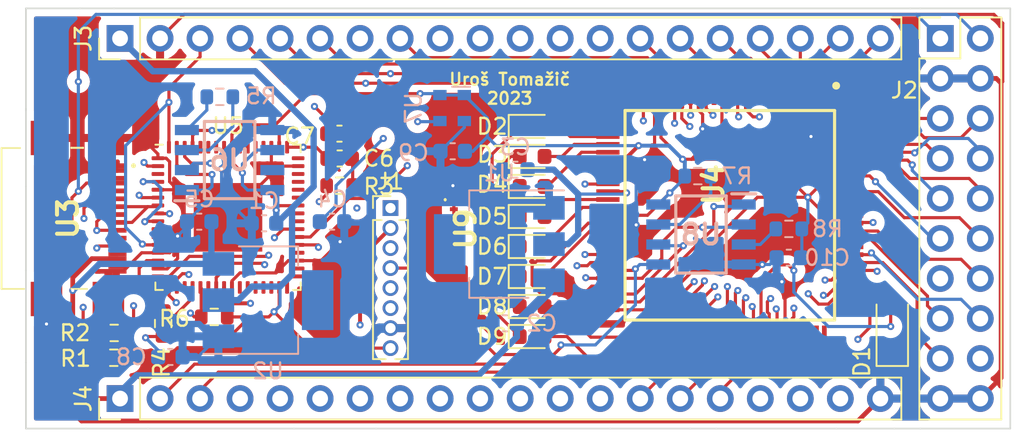
<source format=kicad_pcb>
(kicad_pcb (version 20211014) (generator pcbnew)
  (layers (0 "F.Cu" signal) (1 "In1.Cu" signal) (2 "In2.Cu" signal) (31 "B.Cu" signal) (34 "B.Paste" user) (35 "F.Paste" user) (36 "B.SilkS" user "B.Silkscreen") (37 "F.SilkS" user "F.Silkscreen") (38 "B.Mask" user) (39 "F.Mask" user) (44 "Edge.Cuts" user))
  (net 0 "")
  (net 1 "+3V3")
  (net 2 "GND")
  (net 3 "+5V")
  (net 4 "+1V8")
  (net 5 "+1V2")
  (net 6 "Net-(D1-Pad1)")
  (net 7 "Net-(D2-Pad1)")
  (net 8 "/LED_1")
  (net 9 "Net-(D3-Pad1)")
  (net 10 "/LED_2")
  (net 11 "Net-(D4-Pad1)")
  (net 12 "/LED_3")
  (net 13 "Net-(D5-Pad1)")
  (net 14 "/LED_4")
  (net 15 "Net-(D6-Pad1)")
  (net 16 "/LED_5")
  (net 17 "Net-(D7-Pad1)")
  (net 18 "/LED_6")
  (net 19 "Net-(D8-Pad1)")
  (net 20 "/LED_7")
  (net 21 "Net-(D9-Pad1)")
  (net 22 "/LED_8")
  (net 23 "/ICE_DONE")
  (net 24 "/ICE_CREST")
  (net 25 "/ICE_MISO")
  (net 26 "/ICE_MOSI")
  (net 27 "/ICE_SS")
  (net 28 "/ICE_SCK")
  (net 29 "/E_1_1")
  (net 30 "/E_1_2")
  (net 31 "/E_1_3")
  (net 32 "/E_1_4")
  (net 33 "/E_1_5")
  (net 34 "/E_1_6")
  (net 35 "/E_1_7")
  (net 36 "/E_1_8")
  (net 37 "/E_1_9")
  (net 38 "/E_1_10")
  (net 39 "/E_1_11")
  (net 40 "/E_1_12")
  (net 41 "/E_1_13")
  (net 42 "/E_1_14")
  (net 45 "/R_HDR_3")
  (net 46 "/R_HDR_4")
  (net 47 "/R_HDR_5")
  (net 48 "/R_HDR_6")
  (net 49 "/R_HDR_7")
  (net 50 "/R_HDR_8")
  (net 51 "/R_HDR_9")
  (net 52 "/R_HDR_10")
  (net 53 "/R_HDR_11")
  (net 54 "/R_HDR_12")
  (net 55 "/R_HDR_13")
  (net 56 "/R_HDR_14")
  (net 57 "/R_HDR_15")
  (net 58 "/R_HDR_16")
  (net 59 "/R_HDR_17")
  (net 60 "/L_HDR_1")
  (net 61 "/L_HDR_2")
  (net 62 "/L_HDR_3")
  (net 63 "/L_HDR_4")
  (net 64 "/L_HDR_5")
  (net 65 "/L_HDR_6")
  (net 66 "/L_HDR_7")
  (net 67 "/L_HDR_8")
  (net 68 "/L_HDR_9")
  (net 69 "/L_HDR_10")
  (net 70 "/L_HDR_11")
  (net 71 "/L_HDR_12")
  (net 72 "/L_HDR_13")
  (net 73 "/L_HDR_14")
  (net 74 "/L_HDR_15")
  (net 75 "/L_HDR_16")
  (net 76 "/L_HDR_17")
  (net 77 "/L_HDR_18")
  (net 78 "Net-(R1-Pad1)")
  (net 79 "Net-(R2-Pad2)")
  (net 80 "Net-(R3-Pad2)")
  (net 81 "Net-(R4-Pad2)")
  (net 82 "Net-(R5-Pad1)")
  (net 83 "Net-(R5-Pad2)")
  (net 84 "Net-(R7-Pad2)")
  (net 85 "Net-(R8-Pad1)")
  (net 86 "/RTSN")
  (net 87 "/CTSn")
  (net 88 "/DTRn")
  (net 89 "/DSRn")
  (net 90 "/DCDn")
  (net 91 "/USB_DP")
  (net 92 "/USB_DM")
  (net 99 "/12_MHZ")
  (net 117 "/RS232_Rx")
  (net 118 "/RS232_Tx")
  (net 129 "Net-(U5-Pad62)")
  (net 130 "Net-(U5-Pad63)")
  (net 132 "Net-(C6-Pad2)")
  (footprint "Diode_SMD:D_SOD-123" (layer "F.Cu") (at 122.174 62.23 90)
    (fp_text reference "D1")
    (fp_text value "1N5819" hide)
  )
  (footprint "Package_DFN_QFN:QFN-64-1EP_9x9mm_P0.5mm_EP4.35x4.35mm" (layer "F.Cu") (at 80.01 55.044)
    (fp_text reference "U5")
    (fp_text value "FT2232HQ")
  )
  (footprint "Capacitor_SMD:C_0603_1608Metric" (layer "F.Cu") (at 87.0842 49.7332)
    (fp_text reference "C7")
    (fp_text value "100nF" hide)
  )
  (footprint "LED_SMD:LED_0603_1608Metric" (layer "F.Cu") (at 99.314 51.181)
    (fp_text reference "D3")
    (fp_text value "LED" hide)
  )
  (footprint "LED_SMD:LED_0603_1608Metric" (layer "F.Cu") (at 99.314 60.706)
    (fp_text reference "D8")
    (fp_text value "LED" hide)
  )
  (footprint "LED_SMD:LED_0603_1608Metric" (layer "F.Cu") (at 99.314 49.276)
    (fp_text reference "D2")
    (fp_text value "LED" hide)
  )
  (footprint "Connector_PinHeader_2.54mm:PinHeader_1x20_P2.54mm_Vertical" (layer "F.Cu") (at 73.157 66.548 90)
    (fp_text reference "J4")
    (fp_text value "L_HDR" hide)
  )
  (footprint "custom_lib:EXB2HV221JV" (layer "F.Cu") (at 95.0944 55.7784 -90)
    (fp_text reference "U9")
    (fp_text value "EXB-2HV221JV" hide)
  )
  (footprint "Connector_PinHeader_1.27mm:PinHeader_1x08_P1.27mm_Vertical" (layer "F.Cu") (at 90.3224 54.4576)
    (fp_text reference "J1")
    (fp_text value "SPI")
  )
  (footprint "LED_SMD:LED_0603_1608Metric" (layer "F.Cu") (at 99.314 56.896)
    (fp_text reference "D6")
    (fp_text value "LED" hide)
  )
  (footprint "LED_SMD:LED_0603_1608Metric" (layer "F.Cu") (at 99.314 53.086)
    (fp_text reference "D4")
    (fp_text value "LED" hide)
  )
  (footprint "Resistor_SMD:R_0603_1608Metric" (layer "F.Cu") (at 75.8952 61.785 90)
    (fp_text reference "R4")
    (fp_text value "2k2")
  )
  (footprint "Resistor_SMD:R_0603_1608Metric" (layer "F.Cu") (at 72.7578 63.9572)
    (fp_text reference "R1")
    (fp_text value "R" hide)
  )
  (footprint "LED_SMD:LED_0603_1608Metric" (layer "F.Cu") (at 99.314 62.611)
    (fp_text reference "D9")
    (fp_text value "LED" hide)
  )
  (footprint "LED_SMD:LED_0603_1608Metric" (layer "F.Cu") (at 99.314 58.801)
    (fp_text reference "D7")
    (fp_text value "LED" hide)
  )
  (footprint "custom_lib:QFP50P1600X1600X120-100N" (layer "F.Cu") (at 111.8616 54.9148 -90)
    (fp_text reference "U4")
    (fp_text value "iCE40HX1K-VQ100" hide)
  )
  (footprint "LED_SMD:LED_0603_1608Metric" (layer "F.Cu") (at 99.314 54.991)
    (fp_text reference "D5")
    (fp_text value "LED" hide)
  )
  (footprint "Capacitor_SMD:C_0603_1608Metric" (layer "F.Cu") (at 87.0972 51.308)
    (fp_text reference "C6")
    (fp_text value "10uF")
  )
  (footprint "Connector_PinHeader_2.54mm:PinHeader_1x20_P2.54mm_Vertical" (layer "F.Cu") (at 73.157 43.688 90)
    (fp_text reference "J3")
    (fp_text value "R_HDR" hide)
  )
  (footprint "Resistor_SMD:R_0603_1608Metric" (layer "F.Cu") (at 72.7842 62.3824)
    (fp_text reference "R2")
    (fp_text value "R" hide)
  )
  (footprint "Resistor_SMD:R_0603_1608Metric" (layer "F.Cu") (at 79.1342 61.3664)
    (fp_text reference "R6")
    (fp_text value "10k" hide)
  )
  (footprint "Connector_PinHeader_2.54mm:PinHeader_2x10_P2.54mm_Vertical" (layer "F.Cu") (at 125.222 43.688)
    (fp_text reference "J2")
    (fp_text value "EXPANSION" hide)
  )
  (footprint "Resistor_SMD:R_0603_1608Metric" (layer "F.Cu") (at 87.0972 53.0352 180)
    (fp_text reference "R3")
    (fp_text value "12k")
  )
  (footprint "custom_lib:USB4110GFA" (layer "F.Cu") (at 69.3135 55.118 -90)
    (fp_text reference "U3")
    (fp_text value "USB4110-GF-A" hide)
  )
  (footprint "Package_TO_SOT_SMD:SOT-223" (layer "B.Cu") (at 97.2312 56.7436 180)
    (fp_text reference "U1")
    (fp_text value "AZ1117-1.2")
  )
  (footprint "Capacitor_SMD:C_0603_1608Metric" (layer "B.Cu") (at 82.296 55.4228 180)
    (fp_text reference "C1")
    (fp_text value "100n")
  )
  (footprint "Capacitor_SMD:C_0603_1608Metric" (layer "B.Cu") (at 78.1812 55.3212 180)
    (fp_text reference "C5")
    (fp_text value "10uF")
  )
  (footprint "custom_lib:SOIC127P600X175-8N" (layer "B.Cu") (at 80.1116 51.4096)
    (fp_text reference "U6")
    (fp_text value "93LCxxC" hide)
  )
  (footprint "Resistor_SMD:R_0603_1608Metric" (layer "B.Cu") (at 109.8296 52.4256)
    (fp_text reference "R7")
    (fp_text value "10k" hide)
  )
  (footprint "Capacitor_SMD:C_0603_1608Metric" (layer "B.Cu") (at 98.2472 52.0192 180)
    (fp_text reference "C3")
    (fp_text value "22uF")
  )
  (footprint "Oscillator:Oscillator_SMD_Abracon_ASDMB-4Pin_2.5x2.0mm" (layer "B.Cu") (at 94.234 48.1076 -90)
    (fp_text reference "U7")
    (fp_text value "12MHz")
  )
  (footprint "Package_TO_SOT_SMD:SOT-223" (layer "B.Cu") (at 82.55 60.2996)
    (fp_text reference "U2")
    (fp_text value "AMS1117-3.3")
  )
  (footprint "Resistor_SMD:R_0603_1608Metric" (layer "B.Cu") (at 79.4898 47.3964)
    (fp_text reference "R5")
    (fp_text value "2k2" hide)
  )
  (footprint "Capacitor_SMD:C_0603_1608Metric" (layer "B.Cu") (at 86.614 55.3212 180)
    (fp_text reference "C4")
    (fp_text value "100n")
  )
  (footprint "Capacitor_SMD:C_0603_1608Metric" (layer "B.Cu") (at 115.6078 57.6072 180)
    (fp_text reference "C10")
    (fp_text value "100n")
  )
  (footprint "custom_lib:SOIC127P600X175-8N" (layer "B.Cu") (at 110.0328 56.134 180)
    (fp_text reference "U8")
    (fp_text value "N25Q032A13ESC40F" hide)
  )
  (footprint "Capacitor_SMD:C_0603_1608Metric" (layer "B.Cu") (at 76.3524 63.9064)
    (fp_text reference "C8")
    (fp_text value "100n" hide)
  )
  (footprint "Capacitor_SMD:C_0603_1608Metric" (layer "B.Cu") (at 97.5738 61.7728 180)
    (fp_text reference "C2")
    (fp_text value "10uF")
  )
  (footprint "Resistor_SMD:R_0603_1608Metric" (layer "B.Cu") (at 115.6086 55.7784)
    (fp_text reference "R8")
    (fp_text value "10k")
  )
  (footprint "Capacitor_SMD:C_0603_1608Metric" (layer "B.Cu") (at 94.2718 50.8508 180)
    (fp_text reference "C9")
    (fp_text value "100n" hide)
  )
  (gr_line (start 70.612 41.783) (end 67.183 41.783) (layer "Edge.Cuts") (width 0.1))
  (gr_line (start 67.183 48.26) (end 67.183 41.783) (layer "Edge.Cuts") (width 0.1))
  (gr_line (start 129.667 41.783) (end 129.667 68.453) (layer "Edge.Cuts") (width 0.1))
  (gr_line (start 74.93 68.453) (end 70.993 68.453) (layer "Edge.Cuts") (width 0.1))
  (gr_line (start 123.952 68.453) (end 122.301 68.453) (layer "Edge.Cuts") (width 0.1))
  (gr_line (start 70.612 41.783) (end 72.771 41.783) (layer "Edge.Cuts") (width 0.1))
  (gr_line (start 67.183 64.262) (end 67.183 58.42) (layer "Edge.Cuts") (width 0.1))
  (gr_line (start 67.183 68.453) (end 67.183 64.262) (layer "Edge.Cuts") (width 0.1))
  (gr_line (start 67.183 58.42) (end 67.183 53.086) (layer "Edge.Cuts") (width 0.1))
  (gr_line (start 123.952 68.453) (end 129.667 68.453) (layer "Edge.Cuts") (width 0.1))
  (gr_line (start 104.267 68.453) (end 89.408 68.453) (layer "Edge.Cuts") (width 0.1))
  (gr_line (start 67.183 53.086) (end 67.183 48.133) (layer "Edge.Cuts") (width 0.1))
  (gr_line (start 89.408 68.453) (end 84.201 68.453) (layer "Edge.Cuts") (width 0.1))
  (gr_line (start 109.347 68.453) (end 104.267 68.453) (layer "Edge.Cuts") (width 0.1))
  (gr_line (start 72.771 41.783) (end 123.317 41.783) (layer "Edge.Cuts") (width 0.1))
  (gr_line (start 123.952 41.783) (end 129.667 41.783) (layer "Edge.Cuts") (width 0.1))
  (gr_line (start 122.301 68.453) (end 118.618 68.453) (layer "Edge.Cuts") (width 0.1))
  (gr_line (start 70.993 68.453) (end 67.183 68.453) (layer "Edge.Cuts") (width 0.1))
  (gr_line (start 118.618 68.453) (end 110.998 68.453) (layer "Edge.Cuts") (width 0.1))
  (gr_line (start 123.317 41.783) (end 123.952 41.783) (layer "Edge.Cuts") (width 0.1))
  (gr_line (start 84.201 68.453) (end 74.93 68.453) (layer "Edge.Cuts") (width 0.1))
  (gr_line (start 110.998 68.453) (end 109.347 68.453) (layer "Edge.Cuts") (width 0.1))
  (gr_text "Uroš Tomažič\n2023" (at 97.8916 46.8884) (layer "F.SilkS") (effects (font (size 0.75 0.75))))
  (segment (start 107.974 53.4148) (end 108.0545 53.4953) (width 0.25) (layer "F.Cu") (net 1))
  (segment (start 83.26 60.7072) (end 83.26 59.494) (width 0.2) (layer "F.Cu") (net 1))
  (segment (start 80.26 50.594) (end 80.26 49.788) (width 0.2) (layer "F.Cu") (net 1))
  (segment (start 113.8428 59.0804) (end 114.8588 58.0644) (width 0.2) (layer "F.Cu") (net 1))
  (segment (start 83.0072 49.1744) (end 84.9884 47.1932) (width 0.2) (layer "F.Cu") (net 1))
  (segment (start 113.6904 63.7032) (end 110.8456 63.7032) (width 0.2) (layer "F.Cu") (net 1))
  (segment (start 80.26 49.788) (end 80.8736 49.1744) (width 0.2) (layer "F.Cu") (net 1))
  (segment (start 83.071 54.4954) (end 83.071 54.597) (width 0.2) (layer "F.Cu") (net 1))
  (segment (start 83.0072 49.1744) (end 83.26 49.4272) (width 0.2) (layer "F.Cu") (net 1))
  (segment (start 113.8616 62.6528) (end 113.8616 61.3852) (width 0.2) (layer "F.Cu") (net 1))
  (segment (start 117.9576 54.9148) (end 116.8146 53.7718) (width 0.2) (layer "F.Cu") (net 1))
  (segment (start 119.5996 54.9148) (end 117.9576 54.9148) (width 0.2) (layer "F.Cu") (net 1))
  (segment (start 110.8616 63.6872) (end 110.8456 63.7032) (width 0.2) (layer "F.Cu") (net 1))
  (segment (start 113.8616 62.6528) (end 113.8616 63.532) (width 0.2) (layer "F.Cu") (net 1))
  (segment (start 74.754 55.294) (end 74.7268 55.3212) (width 0.2) (layer "F.Cu") (net 1))
  (segment (start 122.0724 61.976) (end 122.0724 60.6816) (width 0.2) (layer "F.Cu") (net 1))
  (segment (start 114.8588 58.0644) (end 115.57 58.0644) (width 0.2) (layer "F.Cu") (net 1))
  (segment (start 105.1508 51.4148) (end 106.0704 50.4952) (width 0.25) (layer "F.Cu") (net 1))
  (segment (start 84.4488 54.3052) (end 83.2612 54.3052) (width 0.2) (layer "F.Cu") (net 1))
  (segment (start 107.3616 48.1288) (end 107.4928 48.26) (width 0.2) (layer "F.Cu") (net 1))
  (segment (start 75.56 55.294) (end 74.754 55.294) (width 0.2) (layer "F.Cu") (net 1))
  (segment (start 113.8428 61.3664) (end 113.8428 59.0804) (width 0.2) (layer "F.Cu") (net 1))
  (segment (start 83.2612 54.3052) (end 83.071 54.4954) (width 0.2) (layer "F.Cu") (net 1))
  (segment (start 111.3616 49.4204) (end 109.4232 51.3588) (width 0.2) (layer "F.Cu") (net 1))
  (segment (start 109.3616 63.54) (end 109.3616 62.6528) (width 0.2) (layer "F.Cu") (net 1))
  (segment (start 119.5996 52.9148) (end 117.6716 52.9148) (width 0.2) (layer "F.Cu") (net 1))
  (segment (start 80.138 62.61) (end 81.3816 61.3664) (width 0.2) (layer "F.Cu") (net 1))
  (segment (start 110.8456 63.7032) (end 109.5248 63.7032) (width 0.2) (layer "F.Cu") (net 1))
  (segment (start 82.931 61.0362) (end 83.26 60.7072) (width 0.2) (layer "F.Cu") (net 1))
  (segment (start 75.8952 62.61) (end 76.66972 61.83548) (width 0.2) (layer "F.Cu") (net 1))
  (segment (start 82.931 61.0362) (end 85.2424 63.3476) (width 0.2) (layer "F.Cu") (net 1))
  (segment (start 109.5248 63.7032) (end 109.3616 63.54) (width 0.2) (layer "F.Cu") (net 1))
  (segment (start 82.6008 61.3664) (end 82.931 61.0362) (width 0.2) (layer "F.Cu") (net 1))
  (segment (start 80.26 50.594) (end 80.26 51.558) (width 0.2) (layer "F.Cu") (net 1))
  (segment (start 115.57 58.0644) (end 115.9256 58.42) (width 0.2) (layer "F.Cu") (net 1))
  (segment (start 113.8616 63.532) (end 113.6904 63.7032) (width 0.2) (layer "F.Cu") (net 1))
  (segment (start 114.4016 51.3588) (end 111.2012 51.3588) (width 0.2) (layer "F.Cu") (net 1))
  (segment (start 106.635 54.9148) (end 108.0545 53.4953) (width 0.2) (layer "F.Cu") (net 1))
  (segment (start 83.26 49.4272) (end 83.26 50.594) (width 0.2) (layer "F.Cu") (net 1))
  (segment (start 104.1236 54.9148) (end 106.635 54.9148) (width 0.2) (layer "F.Cu") (net 1))
  (segment (start 80.26 51.558) (end 80.9244 52.2224) (width 0.2) (layer "F.Cu") (net 1))
  (segment (start 122.0724 60.6816) (end 122.174 60.58) (width 0.2) (layer "F.Cu") (net 1))
  (segment (start 116.8146 53.7718) (end 114.4778 51.435) (width 0.2) (layer "F.Cu") (net 1))
  (segment (start 81.3816 61.3664) (end 82.6008 61.3664) (width 0.2) (layer "F.Cu") (net 1))
  (segment (start 117.6716 52.9148) (end 116.8146 53.7718) (width 0.2) (layer "F.Cu") (net 1))
  (segment (start 80.8736 49.1744) (end 83.0072 49.1744) (width 0.2) (layer "F.Cu") (net 1))
  (segment (start 75.8952 62.61) (end 80.138 62.61) (width 0.2) (layer "F.Cu") (net 1))
  (segment (start 111.3616 47.1768) (end 111.3616 49.4204) (width 0.2) (layer "F.Cu") (net 1))
  (segment (start 107.3616 47.1768) (end 107.3616 48.1288) (width 0.2) (layer "F.Cu") (net 1))
  (segment (start 115.3616 50.5512) (end 114.4778 51.435) (width 0.2) (layer "F.Cu") (net 1))
  (segment (start 115.3616 47.1768) (end 115.3616 50.5512) (width 0.2) (layer "F.Cu") (net 1))
  (segment (start 75.8952 62.61) (end 74.8548 62.61) (width 0.2) (layer "F.Cu") (net 1))
  (segment (start 77.76 60.162) (end 77.76 59.494) (width 0.2) (layer "F.Cu") (net 1))
  (segment (start 104.1236 51.4148) (end 105.1508 51.4148) (width 0.25) (layer "F.Cu") (net 1))
  (segment (start 76.66972 61.25228) (end 77.76 60.162) (width 0.2) (layer "F.Cu") (net 1))
  (segment (start 74.6252 52.7812) (end 75.5472 52.7812) (width 0.2) (layer "F.Cu") (net 1))
  (segment (start 79.9592 61.3664) (end 81.3816 61.3664) (width 0.2) (layer "F.Cu") (net 1))
  (segment (start 75.5472 52.7812) (end 75.56 52.794) (width 0.2) (layer "F.Cu") (net 1))
  (segment (start 109.4232 51.3588) (end 108.8644 51.3588) (width 0.2) (layer "F.Cu") (net 1))
  (segment (start 107.4928 48.26) (end 107.4928 49.9872) (width 0.2) (layer "F.Cu") (net 1))
  (segment (start 111.2012 51.3588) (end 109.4232 51.3588) (width 0.2) (layer "F.Cu") (net 1))
  (segment (start 104.1236 60.9148) (end 106.4712 60.9148) (width 0.2) (layer "F.Cu") (net 1))
  (segment (start 114.4778 51.435) (end 114.4016 51.3588) (width 0.2) (layer "F.Cu") (net 1))
  (segment (start 107.4928 49.9872) (end 108.8644 51.3588) (width 0.2) (layer "F.Cu") (net 1))
  (segment (start 84.9884 47.1932) (end 92.202 47.1932) (width 0.2) (layer "F.Cu") (net 1))
  (segment (start 76.66972 61.83548) (end 76.66972 61.25228) (width 0.2) (layer "F.Cu") (net 1))
  (segment (start 113.6142 53.7718) (end 116.8146 53.7718) (width 0.2) (layer "F.Cu") (net 1))
  (segment (start 113.8616 61.3852) (end 113.8428 61.3664) (width 0.2) (layer "F.Cu") (net 1))
  (segment (start 84.46 54.294) (end 84.4488 54.3052) (width 0.2) (layer "F.Cu") (net 1))
  (segment (start 74.8548 62.61) (end 74.7776 62.6872) (width 0.2) (layer "F.Cu") (net 1))
  (segment (start 85.2424 63.3476) (end 90.3224 63.3476) (width 0.2) (layer "F.Cu") (net 1))
  (segment (start 106.4712 60.9148) (end 113.6142 53.7718) (width 0.2) (layer "F.Cu") (net 1))
  (via (at 116.8146 53.7718) (size 0.45) (drill 0.2) (layers "F.Cu" "B.Cu") (net 1))
  (via (at 82.931 61.0362) (size 0.45) (drill 0.2) (layers "F.Cu" "B.Cu") (net 1))
  (via (at 74.6252 52.7812) (size 0.45) (drill 0.2) (layers "F.Cu" "B.Cu") (net 1))
  (via (at 92.202 47.1932) (size 0.45) (drill 0.2) (layers "F.Cu" "B.Cu") (net 1))
  (via (at 115.9256 58.42) (size 0.45) (drill 0.2) (layers "F.Cu" "B.Cu") (net 1))
  (via (at 106.0704 50.4952) (size 0.45) (drill 0.2) (layers "F.Cu" "B.Cu") (net 1))
  (via (at 122.0724 61.976) (size 0.45) (drill 0.2) (layers "F.Cu" "B.Cu") (net 1))
  (via (at 74.7776 62.6872) (size 0.45) (drill 0.2) (layers "F.Cu" "B.Cu") (net 1))
  (via (at 80.9244 52.2224) (size 0.45) (drill 0.2) (layers "F.Cu" "B.Cu") (net 1))
  (via (at 108.8644 51.3588) (size 0.45) (drill 0.2) (layers "F.Cu" "B.Cu") (net 1))
  (via (at 74.7268 55.3212) (size 0.45) (drill 0.2) (layers "F.Cu" "B.Cu") (net 1))
  (via (at 108.0545 53.4953) (size 0.45) (drill 0.2) (layers "F.Cu" "B.Cu") (net 1))
  (via (at 83.071 54.597) (size 0.45) (drill 0.2) (layers "F.Cu" "B.Cu") (net 1))
  (segment (start 107.3208 54.229) (end 108.0545 53.4953) (width 0.2) (layer "B.Cu") (net 1))
  (segment (start 83.312 59.436) (end 81.534 59.436) (width 0.4) (layer "B.Cu") (net 1))
  (segment (start 108.0008 50.4952) (end 108.8644 51.3588) (width 0.25) (layer "B.Cu") (net 1))
  (segment (start 108.8644 51.3588) (end 109.0046 51.499) (width 0.25) (layer "B.Cu") (net 1))
  (segment (start 96.4692 48.7428) (end 95.009 47.2826) (width 0.2) (layer "B.Cu") (net 1))
  (segment (start 106.0704 50.4952) (end 108.0008 50.4952) (width 0.25) (layer "B.Cu") (net 1))
  (segment (start 82.931 61.0362) (end 83.312 60.6552) (width 0.2) (layer "B.Cu") (net 1))
  (segment (start 108.0545 53.4953) (end 109.0046 52.5452) (width 0.2) (layer "B.Cu") (net 1))
  (segment (start 80.9244 52.2224) (end 80.9244 52.9844) (width 0.2) (layer "B.Cu") (net 1))
  (segment (start 118.11 61.976) (end 122.0724 61.976) (width 0.2) (layer "B.Cu") (net 1))
  (segment (start 96.4692 49.9364) (end 96.4692 48.7428) (width 0.2) (layer "B.Cu") (net 1))
  (segment (start 109.0046 52.5452) (end 109.0046 52.4256) (width 0.2) (layer "B.Cu") (net 1))
  (segment (start 80.6704 60.2996) (end 81.534 59.436) (width 0.4) (layer "B.Cu") (net 1))
  (segment (start 83.071 55.4228) (end 83.071 54.597) (width 0.4) (layer "B.Cu") (net 1))
  (segment (start 82.8236 50.7746) (end 81.8134 50.7746) (width 0.2) (layer "B.Cu") (net 1))
  (segment (start 75.7428 53.1876) (end 75.3364 52.7812) (width 0.2) (layer "B.Cu") (net 1))
  (segment (start 74.7268 55.3212) (end 75.7428 54.3052) (width 0.2) (layer "B.Cu") (net 1))
  (segment (start 83.071 53.562) (end 82.8236 53.3146) (width 0.4) (layer "B.Cu") (net 1))
  (segment (start 96.4692 49.9364) (end 97.028 50.4952) (width 0.2) (layer "B.Cu") (net 1))
  (segment (start 115.9256 59.7916) (end 118.11 61.976) (width 0.2) (layer "B.Cu") (net 1))
  (segment (start 80.9244 51.6636) (end 80.9244 52.2224) (width 0.2) (layer "B.Cu") (net 1))
  (segment (start 85.4456 49.4792) (end 81.7372 45.7708) (width 0.4) (layer "B.Cu") (net 1))
  (segment (start 85.4456 53.086) (end 85.4456 49.4792) (width 0.4) (layer "B.Cu") (net 1))
  (segment (start 75.3364 52.7812) (end 74.6252 52.7812) (width 0.2) (layer "B.Cu") (net 1))
  (segment (start 116.3828 57.6072) (end 116.4336 57.5564) (width 0.2) (layer "B.Cu") (net 1))
  (segment (start 93.3696 47.1932) (end 93.459 47.2826) (width 0.2) (layer "B.Cu") (net 1))
  (segment (start 84.074 54.4576) (end 84.074 58.674) (width 0.4) (layer "B.Cu") (net 1))
  (segment (start 83.1088 55.4228) (end 84.074 54.4576) (width 0.4) (layer "B.Cu") (net 1))
  (segment (start 79.4 60.2996) (end 80.6704 60.2996) (width 0.4) (layer "B.Cu") (net 1))
  (segment (start 95.0468 50.8508) (end 95.5548 50.8508) (width 0.2) (layer "B.Cu") (net 1))
  (segment (start 116.3828 57.6072) (end 115.9256 58.0644) (width 0.2) (layer "B.Cu") (net 1))
  (segment (start 80.9244 52.9844) (end 81.2546 53.3146) (width 0.2) (layer "B.Cu") (net 1))
  (segment (start 116.4336 57.5564) (end 116.4336 55.7784) (width 0.2) (layer "B.Cu") (net 1))
  (segment (start 95.5548 50.8508) (end 96.4692 49.9364) (width 0.2) (layer "B.Cu") (net 1))
  (segment (start 83.312 60.6552) (end 83.312 59.436) (width 0.2) (layer "B.Cu") (net 1))
  (segment (start 95.009 47.2826) (end 93.459 47.2826) (width 0.2) (layer "B.Cu") (net 1))
  (segment (start 97.028 50.4952) (end 106.0704 50.4952) (width 0.2) (layer "B.Cu") (net 1))
  (segment (start 116.4336 55.7784) (end 116.8146 55.3974) (width 0.2) (layer "B.Cu") (net 1))
  (segment (start 115.9256 58.42) (end 115.9256 59.7916) (width 0.2) (layer "B.Cu") (net 1))
  (segment (start 84.074 58.674) (end 83.312 59.436) (width 0.4) (layer "B.Cu") (net 1))
  (segment (start 75.2398 45.7708) (end 73.157 43.688) (width 0.4) (layer "B.Cu") (net 1))
  (segment (start 75.7428 54.3052) (end 75.7428 53.1876) (width 0.2) (layer "B.Cu") (net 1))
  (segment (start 115.9256 58.0644) (end 115.9256 58.42) (width 0.2) (layer "B.Cu") (net 1))
  (segment (start 109.0046 51.499) (end 109.0046 52.4256) (width 0.25) (layer "B.Cu") (net 1))
  (segment (start 81.8134 50.7746) (end 80.9244 51.6636) (width 0.2) (layer "B.Cu") (net 1))
  (segment (start 116.8146 55.3974) (end 116.8146 53.7718) (width 0.2) (layer "B.Cu") (net 1))
  (segment (start 74.7776 62.6872) (end 75.5774 63.487) (width 0.2) (layer "B.Cu") (net 1))
  (segment (start 83.071 55.4228) (end 83.1088 55.4228) (width 0.4) (layer "B.Cu") (net 1))
  (segment (start 81.2546 53.3146) (end 82.8236 53.3146) (width 0.2) (layer "B.Cu") (net 1))
  (segment (start 81.7372 45.7708) (end 75.2398 45.7708) (width 0.4) (layer "B.Cu") (net 1))
  (segment (start 92.202 47.1932) (end 93.3696 47.1932) (width 0.2) (layer "B.Cu") (net 1))
  (segment (start 75.5774 63.487) (end 75.5774 63.9064) (width 0.2) (layer "B.Cu") (net 1))
  (segment (start 84.074 54.4576) (end 85.4456 53.086) (width 0.4) (layer "B.Cu") (net 1))
  (segment (start 83.071 54.597) (end 83.071 53.562) (width 0.4) (layer "B.Cu") (net 1))
  (segment (start 69.8012 52.068) (end 68.4784 53.3908) (width 0.3) (layer "F.Cu") (net 2))
  (segment (start 104.1664 55.372) (end 105.8672 55.372) (width 0.2) (layer "F.Cu") (net 2))
  (segment (start 129.0828 46.5328) (end 129.0828 65.2272) (width 0.3) (layer "F.Cu") (net 2))
  (segment (start 76.8144 53.294) (end 78.26 53.294) (width 0.2) (layer "F.Cu") (net 2))
  (segment (start 76.31 57.294) (end 75.56 57.294) (width 0.2) (layer "F.Cu") (net 2))
  (segment (start 106.8616 48.2384) (end 106.8616 47.1768) (width 0.2) (layer "F.Cu") (net 2))
  (segment (start 104.1236 51.9148) (end 105.9208 51.9148) (width 0.2) (layer "F.Cu") (net 2))
  (segment (start 75.56 55.794) (end 75.56 56.294) (width 0.2) (layer "F.Cu") (net 2))
  (segment (start 72.4165 50.008) (end 72.4165 48.9447) (width 0.2) (layer "F.Cu") (net 2))
  (segment (start 73.358 58.468) (end 72.9915 58.468) (width 0.2) (layer "F.Cu") (net 2))
  (segment (start 68.4865 61.8155) (end 68.4865 65.7433) (width 0.3) (layer "F.Cu") (net 2))
  (segment (start 80.769627 58.5724) (end 83.058 58.5724) (width 0.2) (layer "F.Cu") (net 2))
  (segment (start 113.538 58.42) (end 113.919 58.039) (width 0.2) (layer "F.Cu") (net 2))
  (segment (start 80.26 59.494) (end 80.26 59.082028) (width 0.2) (layer "F.Cu") (net 2))
  (segment (start 106.4514 51.3842) (end 107.0864 50.7492) (width 0.2) (layer "F.Cu") (net 2))
  (segment (start 105.8672 55.372) (end 105.918 55.4228) (width 0.2) (layer "F.Cu") (net 2))
  (segment (start 120.7008 46.228) (end 117.014 49.9148) (width 0.3) (layer "F.Cu") (net 2))
  (segment (start 119.9946 67.9704) (end 121.417 66.548) (width 0.3) (layer "F.Cu") (net 2))
  (segment (start 73.5828 63.9572) (end 73.534 63.9572) (width 0.2) (layer "F.Cu") (net 2))
  (segment (start 76.8096 56.2356) (end 77.1652 56.5912) (width 0.2) (layer "F.Cu") (net 2))
  (segment (start 129.1844 42.7228) (end 129.1844 46.4312) (width 0.2) (layer "F.Cu") (net 2))
  (segment (start 75.56 51.294) (end 75.56 51.0236) (width 0.2) (layer "F.Cu") (net 2))
  (segment (start 80.01 52.3748) (end 79.6036 51.9684) (width 0.2) (layer "F.Cu") (net 2))
  (segment (start 107.0864 50.7492) (end 107.0864 48.4632) (width 0.2) (layer "F.Cu") (net 2))
  (segment (start 94.3444 53.0948) (end 94.3444 53.9404) (width 0.2) (layer "F.Cu") (net 2))
  (segment (start 76.8096 57.658) (end 76.8096 56.2356) (width 0.2) (layer "F.Cu") (net 2))
  (segment (start 102.616 59.8932) (end 99.8728 59.8932) (width 0.2) (layer "F.Cu") (net 2))
  (segment (start 100.4824 57.8104) (end 102.878 55.4148) (width 0.2) (layer "F.Cu") (net 2))
  (segment (start 128.778 46.228) (end 129.0828 46.5328) (width 0.3) (layer "F.Cu") (net 2))
  (segment (start 68.4865 60.228) (end 68.4865 61.8155) (width 0.3) (layer "F.Cu") (net 2))
  (segment (start 107.8616 62.6528) (end 107.8616 60.089394) (width 0.2) (layer "F.Cu") (net 2))
  (segment (start 72.9915 52.068) (end 69.8012 52.068) (width 0.3) (layer "F.Cu") (net 2))
  (segment (start 78.4628 56.5912) (end 80.01 55.044) (width 0.2) (layer "F.Cu") (net 2))
  (segment (start 76.368 55.794) (end 76.8096 56.2356) (width 0.2) (layer "F.Cu") (net 2))
  (segment (start 75.56 51.0236) (end 74.5444 50.008) (width 0.2) (layer "F.Cu") (net 2))
  (segment (start 104.1236 59.4148) (end 103.0944 59.4148) (width 0.2) (layer "F.Cu") (net 2))
  (segment (start 105.918 55.4228) (end 105.918 55.5244) (width 0.2) (layer "F.Cu") (net 2))
  (segment (start 76.3016 51.5112) (end 76.3016 52.7812) (width 0.2) (layer "F.Cu") (net 2))
  (segment (start 75.56 51.294) (end 76.0844 51.294) (width 0.2) (layer "F.Cu") (net 2))
  (segment (start 72.4165 60.228) (end 72.4165 59.043) (width 0.2) (layer "F.Cu") (net 2))
  (segment (start 119.5996 49.9148) (end 117.014 49.9148) (width 0.2) (layer "F.Cu") (net 2))
  (segment (start 94.3444 53.9404) (end 94.3444 57.6164) (width 0.2) (layer "F.Cu") (net 2))
  (segment (start 99.314 58.1152) (end 99.6188 57.8104) (width 0.2) (layer "F.Cu") (net 2))
  (segment (start 107.0864 48.4632) (end 106.8616 48.2384) (width 0.2) (layer "F.Cu") (net 2))
  (segment (start 109.530994 58.42) (end 113.538 58.42) (width 0.2) (layer "F.Cu") (net 2))
  (segment (start 74.5444 50.008) (end 72.4165 50.008) (width 0.2) (layer "F.Cu") (net 2))
  (segment (start 75.697 43.688) (end 77.221 42.164) (width 0.2) (layer "F.Cu") (net 2))
  (segment (start 68.4865 65.7433) (end 70.7136 67.9704) (width 0.3) (layer "F.Cu") (net 2))
  (segment (start 117.014 49.9148) (end 116.5644 49.9148) (width 0.2) (layer "F.Cu") (net 2))
  (segment (start 72.4165 51.193) (end 72.4165 50.008) (width 0.3) (layer "F.Cu") (net 2))
  (segment (start 83.058 58.5724) (end 83.8364 57.794) (width 0.2) (layer "F.Cu") (net 2))
  (segment (start 115.0432 56.9148) (end 113.919 58.039) (width 0.2) (layer "F.Cu") (net 2))
  (segment (start 77.221 42.164) (end 128.6256 42.164) (width 0.2) (layer "F.Cu") (net 2))
  (segment (start 110.1344 48.514) (end 110.1344 49.4284) (width 0.2) (layer "F.Cu") (net 2))
  (segment (start 105.9208 51.9148) (end 106.4514 51.3842) (width 0.2) (layer "F.Cu") (net 2))
  (segment (start 80.01 55.044) (end 80.01 52.3748) (width 0.2) (layer "F.Cu") (net 2))
  (segment (start 68.4784 60.2199) (end 68.4865 60.228) (width 0.3) (layer "F.Cu") (net 2))
  (segment (start 115.3668 62.6476) (end 115.3616 62.6528) (width 0.2) (layer "F.Cu") (net 2))
  (segment (start 76.3016 52.7812) (end 76.8144 53.294) (width 0.2) (layer "F.Cu") (net 2))
  (segment (start 125.222 46.228) (end 120.7008 46.228) (width 0.3) (layer "F.Cu") (net 2))
  (segment (start 127.762 46.228) (end 128.778 46.228) (width 0.3) (layer "F.Cu") (net 2))
  (segment (start 76.0844 51.294) (end 76.3016 51.5112) (width 0.2) (layer "F.Cu") (net 2))
  (segment (start 74.532 57.294) (end 73.358 58.468) (width 0.2) (layer "F.Cu") (net 2))
  (segment (start 75.697 45.6642) (end 75.697 43.688) (width 0.2) (layer "F.Cu") (net 2))
  (segment (start 115.1636 59.1312) (end 115.3668 59.3344) (width 0.2) (layer "F.Cu") (net 2))
  (segment (start 84.46 51.794) (end 83.26 51.794) (width 0.2) (layer "F.Cu") (net 2))
  (segment (start 99.8728 59.8932) (end 99.314 59.3344) (width 0.2) (layer "F.Cu") (net 2))
  (segment (start 103.0944 59.4148) (end 102.616 59.8932) (width 0.2) (layer "F.Cu") (net 2))
  (segment (start 76.8096 56.7944) (end 76.31 57.294) (width 0.2) (layer "F.Cu") (net 2))
  (segment (start 76.1492 58.3184) (end 76.8096 57.658) (width 0.2) (layer "F.Cu") (net 2))
  (segment (start 72.4165 59.043) (end 72.9915 58.468) (width 0.2) (layer "F.Cu") (net 2))
  (segment (start 85.9192 57.794) (end 87.122 56.5912) (width 0.2) (layer "F.Cu") (net 2))
  (segment (start 70.7136 67.9704) (end 119.9946 67.9704) (width 0.3) (layer "F.Cu") (net 2))
  (segment (start 72.9915 51.768) (end 72.4165 51.193) (width 0.3) (layer "F.Cu") (net 2))
  (segment (start 73.534 63.9572) (end 71.9592 62.3824) (width 0.2) (layer "F.Cu") (net 2))
  (segment (start 75.56 53.294) (end 76.8144 53.294) (width 0.2) (layer "F.Cu") (net 2))
  (segment (start 102.878 55.4148) (end 104.1236 55.4148) (width 0.2) (layer "F.Cu") (net 2))
  (segment (start 119.5996 56.9148) (end 115.0432 56.9148) (width 0.2) (layer "F.Cu") (net 2))
  (segment (start 109.8616 47.1768) (end 109.8616 48.2412) (width 0.2) (layer "F.Cu") (net 2))
  (segment (start 75.5844 58.3184) (end 76.1492 58.3184) (width 0.2) (layer "F.Cu") (net 2))
  (segment (start 71.9592 62.3824) (end 71.9592 60.6853) (width 0.2) (layer "F.Cu") (net 2))
  (segment (start 127.762 46.228) (end 125.222 46.228) (width 0.3) (layer "F.Cu") (net 2))
  (segment (start 83.8364 57.794) (end 84.46 57.794) (width 0.2) (layer "F.Cu") (net 2))
  (segment (start 99.314 59.3344) (end 99.314 58.1152) (width 0.2) (layer "F.Cu") (net 2))
  (segment (start 115.3668 59.3344) (end 115.3668 62.6476) (width 0.2) (layer "F.Cu") (net 2))
  (segment (start 94.2848 53.0352) (end 94.3444 53.0948) (width 0.2) (layer "F.Cu") (net 2))
  (segment (start 72.4165 48.9447) (end 75.697 45.6642) (width 0.2) (layer "F.Cu") (net 2))
  (segment (start 68.4784 53.3908) (end 68.4784 60.2199) (width 0.3) (layer "F.Cu") (net 2))
  (segment (start 75.56 58.294) (end 75.5844 58.3184) (width 0.2) (layer "F.Cu") (net 2))
  (segment (start 129.1844 46.4312) (end 129.0828 46.5328) (width 0.2) (layer "F.Cu") (net 2))
  (segment (start 115.8616 49.212) (end 115.8616 47.1768) (width 0.2) (layer "F.Cu") (net 2))
  (segment (start 128.6256 42.164) (end 129.1844 42.7228) (width 0.2) (layer "F.Cu") (net 2))
  (segment (start 71.9592 60.6853) (end 72.4165 60.228) (width 0.2) (layer "F.Cu") (net 2))
  (segment (start 82.76 52.294) (end 82.76 50.594) (width 0.2) (layer "F.Cu") (net 2))
  (segment (start 99.6188 57.8104) (end 100.4824 57.8104) (width 0.2) (layer "F.Cu") (net 2))
  (segment (start 75.56 57.294) (end 74.532 57.294) (width 0.2) (layer "F.Cu") (net 2))
  (segment (start 80.26 59.082028) (end 80.769627 58.5724) (width 0.2) (layer "F.Cu") (net 2))
  (segment (start 104.1236 55.4148) (end 104.1664 55.372) (width 0.2) (layer "F.Cu") (net 2))
  (segment (start 80.01 55.044) (end 83.26 51.794) (width 0.2) (layer "F.Cu") (net 2))
  (segment (start 78.26 53.294) (end 80.01 55.044) (width 0.2) (layer "F.Cu") (net 2))
  (segment (start 121.417 66.548) (end 127.762 66.548) (width 0.3) (layer "F.Cu") (net 2))
  (segment (start 107.8616 60.089394) (end 109.530994 58.42) (width 0.2) (layer "F.Cu") (net 2))
  (segment (start 68.4865 50.008) (end 72.4165 50.008) (width 0.3) (layer "F.Cu") (net 2))
  (segment (start 75.56 55.794) (end 76.368 55.794) (width 0.2) (layer "F.Cu") (net 2))
  (segment (start 77.1652 56.5912) (end 78.4628 56.5912) (width 0.2) (layer "F.Cu") (net 2))
  (segment (start 109.8616 48.2412) (end 110.1344 48.514) (width 0.2) (layer "F.Cu") (net 2))
  (segment (start 129.0828 65.2272) (end 127.762 66.548) (width 0.3) (layer "F.Cu") (net 2))
  (segment (start 84.46 57.794) (end 85.9192 57.794) (width 0.2) (layer "F.Cu") (net 2))
  (segment (start 116.5644 49.9148) (end 115.8616 49.212) (width 0.2) (layer "F.Cu") (net 2))
  (via (at 115.1636 59.1312) (size 0.45) (drill 0.2) (layers "F.Cu" "B.Cu") (net 2))
  (via (at 79.6036 51.9684) (size 0.45) (drill 0.2) (layers "F.Cu" "B.Cu") (net 2))
  (via (at 68.4865 61.8155) (size 0.45) (drill 0.2) (layers "F.Cu" "B.Cu") (net 2))
  (via (at 113.919 58.039) (size 0.45) (drill 0.2) (layers "F.Cu" "B.Cu") (net 2))
  (via (at 110.1344 49.4284) (size 0.45) (drill 0.2) (layers "F.Cu" "B.Cu") (net 2))
  (via (at 117.014 49.9148) (size 0.45) (drill 0.2) (layers "F.Cu" "B.Cu") (net 2))
  (via (at 76.8096 56.2356) (size 0.45) (drill 0.2) (layers "F.Cu" "B.Cu") (net 2))
  (via (at 87.122 56.5912) (size 0.45) (drill 0.2) (layers "F.Cu" "B.Cu") (net 2))
  (via (at 105.918 55.5244) (size 0.45) (drill 0.2) (layers "F.Cu" "B.Cu") (net 2))
  (via (at 94.2848 53.0352) (size 0.45) (drill 0.2) (layers "F.Cu" "B.Cu") (net 2))
  (via (at 106.4514 51.3842) (size 0.45) (drill 0.2) (layers "F.Cu" "B.Cu") (net 2))
  (segment (start 89.6112 62.0776) (end 88.6968 62.992) (width 0.6) (layer "B.Cu") (net 2))
  (segment (start 87.389 56.3242) (end 87.389 55.3212) (width 0.2) (layer "B.Cu") (net 2))
  (segment (start 79.4 62.5996) (end 78.9572 62.5996) (width 0.4) (layer "B.Cu") (net 2))
  (segment (start 97.4722 53.7842) (end 97.6884 54.0004) (width 0.4) (layer "B.Cu") (net 2))
  (segment (start 114.8328 57.6072) (end 114.8328 58.8004) (width 0.2) (layer "B.Cu") (net 2))
  (segment (start 81.521 55.4228) (end 81.4324 55.4228) (width 0.2) (layer "B.Cu") (net 2))
  (segment (start 82.8236 49.5046) (end 81.915 49.5046) (width 0.2) (layer "B.Cu") (net 2))
  (segment (start 80.3148 54.3052) (end 79.6036 54.3052) (width 0.2) (layer "B.Cu") (net 2))
  (segment (start 87.4268 62.992) (end 79.7924 62.992) (width 0.6) (layer "B.Cu") (net 2))
  (segment (start 90.5764 50.8508) (end 93.4968 50.8508) (width 0.2) (layer "B.Cu") (net 2))
  (segment (start 93.4968 50.8508) (end 95.009 49.3386) (width 0.2) (layer "B.Cu") (net 2))
  (segment (start 79.7924 62.992) (end 79.4 62.5996) (width 0.6) (layer "B.Cu") (net 2))
  (segment (start 114.8328 58.8004) (end 115.1636 59.1312) (width 0.2) (layer "B.Cu") (net 2))
  (segment (start 89.1032 53.848) (end 90.17 52.7812) (width 0.6) (layer "B.Cu") (net 2))
  (segment (start 105.918 51.9176) (end 106.4514 51.3842) (width 0.2) (layer "B.Cu") (net 2))
  (segment (start 87.389 54.0382) (end 90.5764 50.8508) (width 0.2) (layer "B.Cu") (net 2))
  (segment (start 95.009 49.3386) (end 95.009 48.9326) (width 0.2) (layer "B.Cu") (net 2))
  (segment (start 81.915 49.5046) (end 79.6036 51.816) (width 0.2) (layer "B.Cu") (net 2))
  (segment (start 97.6884 54.0004) (end 99.938 54.0004) (width 0.6) (layer "B.Cu") (net 2))
  (segment (start 96.7988 56.1092) (end 96.7988 61.7728) (width 0.6) (layer "B.Cu") (net 2))
  (segment (start 78.4222 54.3052) (end 77.4062 55.3212) (width 0.2) (layer "B.Cu") (net 2))
  (segment (start 114.401 58.039) (end 114.8328 57.6072) (width 0.2) (layer "B.Cu") (net 2))
  (segment (start 100.3812 54.4436) (end 98.4644 54.4436) (width 0.6) (layer "B.Cu") (net 2))
  (segment (start 78.1731 61.8155) (end 68.4865 61.8155) (width 0.4) (layer "B.Cu") (net 2))
  (segment (start 93.4968 50.8508) (end 93.4968 52.2472) (width 0.2) (layer "B.Cu") (net 2))
  (segment (start 78.0932 63.9064) (end 79.4 62.5996) (width 0.2) (layer "B.Cu") (net 2))
  (segment (start 87.4268 62.992) (end 87.4268 59.0804) (width 0.6) (layer "B.Cu") (net 2))
  (segment (start 99.938 54.0004) (end 100.3812 54.4436) (width 0.6) (layer "B.Cu") (net 2))
  (segment (start 79.6036 51.816) (end 79.6036 51.9684) (width 0.2) (layer "B.Cu") (net 2))
  (segment (start 88.6968 62.992) (end 87.4268 62.992) (width 0.6) (layer "B.Cu") (net 2))
  (segment (start 93.4968 52.2472) (end 94.2848 53.0352) (width 0.2) (layer "B.Cu") (net 2))
  (segment (start 87.4268 59.0804) (end 89.1032 57.404) (width 0.6) (layer "B.Cu") (net 2))
  (segment (start 78.9572 62.5996) (end 78.1731 61.8155) (width 0.4) (layer "B.Cu") (net 2))
  (segment (start 87.389 55.3212) (end 87.389 54.0382) (width 0.2) (layer "B.Cu") (net 2))
  (segment (start 105.918 55.5244) (end 105.918 51.9176) (width 0.2) (layer "B.Cu") (net 2))
  (segment (start 91.8464 52.7812) (end 93.0656 54.0004) (width 0.6) (layer "B.Cu") (net 2))
  (segment (start 93.4968 50.8508) (end 92.5068 50.8508) (width 0.2) (layer "B.Cu") (net 2))
  (segment (start 89.1032 57.404) (end 89.1032 53.848) (width 0.6) (layer "B.Cu") (net 2))
  (segment (start 87.122 56.5912) (end 87.389 56.3242) (width 0.2) (layer "B.Cu") (net 2))
  (segment (start 97.4722 52.0192) (end 97.4722 53.7842) (width 0.4) (layer "B.Cu") (net 2))
  (segment (start 81.4324 55.4228) (end 80.3148 54.3052) (width 0.2) (layer "B.Cu") (net 2))
  (segment (start 79.6036 51.9684) (end 79.6036 54.3052) (width 0.2) (layer "B.Cu") (net 2))
  (segment (start 93.0656 54.0004) (end 97.6884 54.0004) (width 0.6) (layer "B.Cu") (net 2))
  (segment (start 79.6036 54.3052) (end 78.4222 54.3052) (width 0.2) (layer "B.Cu") (net 2))
  (segment (start 98.4644 54.4436) (end 96.7988 56.1092) (width 0.6) (layer "B.Cu") (net 2))
  (segment (start 110.6208 49.9148) (end 117.014 49.9148) (width 0.2) (layer "B.Cu") (net 2))
  (segment (start 112.7448 58.039) (end 113.919 58.039) (width 0.2) (layer "B.Cu") (net 2))
  (segment (start 77.1274 63.9064) (end 78.0932 63.9064) (width 0.2) (layer "B.Cu") (net 2))
  (segment (start 77.4062 55.3212) (end 77.4062 55.639) (width 0.2) (layer "B.Cu") (net 2))
  (segment (start 90.17 52.7812) (end 91.8464 52.7812) (width 0.6) (layer "B.Cu") (net 2))
  (segment (start 77.4062 55.639) (end 76.8096 56.2356) (width 0.2) (layer "B.Cu") (net 2))
  (segment (start 113.919 58.039) (end 114.401 58.039) (width 0.2) (layer "B.Cu") (net 2))
  (segment (start 90.3224 62.0776) (end 89.6112 62.0776) (width 0.6) (layer "B.Cu") (net 2))
  (segment (start 110.1344 49.4284) (end 110.6208 49.9148) (width 0.2) (layer "B.Cu") (net 2))
  (segment (start 70.5104 53.3908) (end 70.104 53.7972) (width 0.2) (layer "F.Cu") (net 3))
  (segment (start 70.104 58.8264) (end 70.1548 58.8772) (width 0.2) (layer "F.Cu") (net 3))
  (segment (start 72.9915 57.668) (end 71.364 57.668) (width 0.3) (layer "F.Cu") (net 3))
  (segment (start 70.104 53.7972) (end 70.104 58.8264) (width 0.2) (layer "F.Cu") (net 3))
  (segment (start 70.1548 58.8772) (end 70.1548 59.69) (width 0.3) (layer "F.Cu") (net 3))
  (segment (start 70.1548 59.69) (end 70.1548 65.1256) (width 0.3) (layer "F.Cu") (net 3))
  (segment (start 71.364 57.668) (end 70.1548 58.8772) (width 0.3) (layer "F.Cu") (net 3))
  (segment (start 71.0332 52.868) (end 70.5104 53.3908) (width 0.2) (layer "F.Cu") (net 3))
  (segment (start 70.1548 65.1256) (end 71.5772 66.548) (width 0.3) (layer "F.Cu") (net 3))
  (segment (start 71.5772 66.548) (end 73.157 66.548) (width 0.3) (layer "F.Cu") (net 3))
  (segment (start 72.9915 52.868) (end 71.0332 52.868) (width 0.2) (layer "F.Cu") (net 3))
  (via (at 89.8652 50.038) (size 0.45) (drill 0.2) (layers "F.Cu" "B.Cu") (net 3))
  (via (at 70.1548 59.69) (size 0.45) (drill 0.2) (layers "F.Cu" "B.Cu") (net 3))
  (via (at 70.5104 46.4312) (size 0.45) (drill 0.2) (layers "F.Cu" "B.Cu") (net 3))
  (via (at 70.5104 53.3908) (size 0.45) (drill 0.2) (layers "F.Cu" "B.Cu") (net 3))
  (segment (start 85.852 55.3212) (end 86.868 54.3052) (width 0.2) (layer "B.Cu") (net 3))
  (segment (start 86.868 53.0352) (end 89.8652 50.038) (width 0.2) (layer "B.Cu") (net 3))
  (segment (start 98.3488 61.7728) (end 100.3812 59.7404) (width 0.6) (layer "B.Cu") (net 3))
  (segment (start 79.4 57.9996) (end 78.9562 57.5558) (width 0.4) (layer "B.Cu") (net 3))
  (segment (start 70.5104 53.3908) (end 70.5104 46.4312) (width 0.2) (layer "B.Cu") (net 3))
  (segment (start 71.8452 57.9996) (end 70.1548 59.69) (width 0.4) (layer "B.Cu") (net 3))
  (segment (start 70.5104 46.4312) (end 70.5104 43.2816) (width 0.2) (layer "B.Cu") (net 3))
  (segment (start 70.5104 43.2816) (end 71.628 42.164) (width 0.2) (layer "B.Cu") (net 3))
  (segment (start 78.9562 57.5558) (end 78.9562 55.3212) (width 0.4) (layer "B.Cu") (net 3))
  (segment (start 126.238 42.164) (end 127.762 43.688) (width 0.2) (layer "B.Cu") (net 3))
  (segment (start 85.839 55.3212) (end 85.852 55.3212) (width 0.2) (layer "B.Cu") (net 3))
  (segment (start 86.868 54.3052) (end 86.868 53.0352) (width 0.2) (layer "B.Cu") (net 3))
  (segment (start 123.698 42.164) (end 125.222 43.688) (width 0.2) (layer "B.Cu") (net 3))
  (segment (start 98.3488 62.6364) (end 98.3488 61.7728) (width 0.4) (layer "B.Cu") (net 3))
  (segment (start 123.698 42.164) (end 126.238 42.164) (width 0.2) (layer "B.Cu") (net 3))
  (segment (start 100.3812 59.7404) (end 100.3812 59.0436) (width 0.6) (layer "B.Cu") (net 3))
  (segment (start 73.157 66.1366) (end 74.2188 65.0748) (width 0.4) (layer "B.Cu") (net 3))
  (segment (start 79.4 57.9996) (end 71.8452 57.9996) (width 0.4) (layer "B.Cu") (net 3))
  (segment (start 95.9104 65.0748) (end 98.3488 62.6364) (width 0.4) (layer "B.Cu") (net 3))
  (segment (start 73.157 66.548) (end 73.157 66.1366) (width 0.4) (layer "B.Cu") (net 3))
  (segment (start 71.628 42.164) (end 123.698 42.164) (width 0.2) (layer "B.Cu") (net 3))
  (segment (start 74.2188 65.0748) (end 95.9104 65.0748) (width 0.4) (layer "B.Cu") (net 3))
  (segment (start 78.237 44.8514) (end 76.26 46.8284) (width 0.2) (layer "F.Cu") (net 4))
  (segment (start 74.6248 56.794) (end 74.5744 56.7436) (width 0.2) (layer "F.Cu") (net 4))
  (segment (start 86.3092 49.7332) (end 86.3092 51.295) (width 0.2) (layer "F.Cu") (net 4))
  (segment (start 85.7508 56.794) (end 85.7504 56.7944) (width 0.2) (layer "F.Cu") (net 4))
  (segment (start 86.3092 48.8188) (end 85.4964 48.006) (width 0.2) (layer "F.Cu") (net 4))
  (segment (start 86.3092 49.7332) (end 86.3092 48.8188) (width 0.2) (layer "F.Cu") (net 4))
  (segment (start 87.0712 52.057) (end 86.3222 51.308) (width 0.2) (layer "F.Cu") (net 4))
  (segment (start 78.237 43.688) (end 78.237 44.8514) (width 0.2) (layer "F.Cu") (net 4))
  (segment (start 83.76 50.594) (end 84.7824 50.594) (width 0.2) (layer "F.Cu") (net 4))
  (segment (start 75.56 56.794) (end 74.6248 56.794) (width 0.2) (layer "F.Cu") (net 4))
  (segment (start 84.46 56.794) (end 85.7508 56.794) (width 0.2) (layer "F.Cu") (net 4))
  (segment (start 85.6082 50.594) (end 86.3222 51.308) (width 0.2) (layer "F.Cu") (net 4))
  (segment (start 76.26 47.7428) (end 76.26 50.594) (width 0.2) (layer "F.Cu") (net 4))
  (segment (start 76.26 46.8284) (end 76.26 47.7428) (width 0.2) (layer "F.Cu") (net 4))
  (segment (start 84.7824 50.594) (end 85.6082 50.594) (width 0.2) (layer "F.Cu") (net 4))
  (segment (start 85.7504 56.7944) (end 85.7504 56.9468) (width 0.2) (layer "F.Cu") (net 4))
  (via (at 85.7504 56.9468) (size 0.45) (drill 0.2) (layers "F.Cu" "B.Cu") (net 4))
  (via (at 74.5744 56.7436) (size 0.45) (drill 0.2) (layers "F.Cu" "B.Cu") (net 4))
  (via (at 84.7824 50.594) (size 0.45) (drill 0.2) (layers "F.Cu" "B.Cu") (net 4))
  (via (at 76.26 47.7428) (size 0.45) (drill 0.2) (layers "F.Cu" "B.Cu") (net 4))
  (via (at 85.4964 48.006) (size 0.45) (drill 0.2) (layers "F.Cu" "B.Cu") (net 4))
  (segment (start 74.5744 56.7436) (end 73.5076 55.6768) (width 0.2) (layer "B.Cu") (net 4))
  (segment (start 73.5076 50.4952) (end 76.26 47.7428) (width 0.2) (layer "B.Cu") (net 4))
  (segment (start 73.5076 55.6768) (end 73.5076 50.4952) (width 0.2) (layer "B.Cu") (net 4))
  (segment (start 119.6132 60.4012) (end 119.5996 60.4148) (width 0.2) (layer "F.Cu") (net 5))
  (segment (start 111.7092 60.8076) (end 111.7092 59.6392) (width 0.2) (layer "F.Cu") (net 5))
  (segment (start 105.2308 53.4148) (end 104.1236 53.4148) (width 0.2) (layer "F.Cu") (net 5))
  (segment (start 120.7516 62.0268) (end 119.9896 62.7888) (width 0.2) (layer "F.Cu") (net 5))
  (segment (start 119.5996 60.4148) (end 120.5112 60.4148) (width 0.2) (layer "F.Cu") (net 5))
  (segment (start 120.5112 60.4148) (end 120.7516 60.6552) (width 0.2) (layer "F.Cu") (net 5))
  (segment (start 110.8616 62.6528) (end 110.8616 61.6552) (width 0.2) (layer "F.Cu") (net 5))
  (segment (start 105.3084 53.4924) (end 105.2308 53.4148) (width 0.2) (layer "F.Cu") (net 5))
  (segment (start 111.7092 59.6392) (end 111.7092 59.436) (width 0.2) (layer "F.Cu") (net 5))
  (segment (start 110.8616 61.6552) (end 111.4552 61.0616) (width 0.2) (layer "F.Cu") (net 5))
  (segment (start 111.4552 61.0616) (end 111.7092 60.8076) (width 0.2) (layer "F.Cu") (net 5))
  (segment (start 112.8616 47.1768) (end 112.8616 48.1932) (width 0.2) (layer "F.Cu") (net 5))
  (segment (start 113.3348 48.6664) (end 113.7412 48.6664) (width 0.2) (layer "F.Cu") (net 5))
  (segment (start 120.7516 60.6552) (end 120.7516 62.0268) (width 0.2) (layer "F.Cu") (net 5))
  (segment (start 112.8616 48.1932) (end 113.3348 48.6664) (width 0.2) (layer "F.Cu") (net 5))
  (via (at 119.9896 62.7888) (size 0.45) (drill 0.2) (layers "F.Cu" "B.Cu") (net 5))
  (via (at 105.3084 53.4924) (size 0.45) (drill 0.2) (layers "F.Cu" "B.Cu") (net 5))
  (via (at 113.7412 48.6664) (size 0.45) (drill 0.2) (layers "F.Cu" "B.Cu") (net 5))
  (via (at 111.7092 59.436) (size 0.45) (drill 0.2) (layers "F.Cu" "B.Cu") (net 5))
  (segment (start 99.0222 52.0192) (end 100.6856 52.0192) (width 0.4) (layer "B.Cu") (net 5))
  (segment (start 102.235 55.1942) (end 102.235 56.1086) (width 0.4) (layer "B.Cu") (net 5))
  (segment (start 100.6856 52.0192) (end 102.235 53.5686) (width 0.4) (layer "B.Cu") (net 5))
  (segment (start 101.6 56.7436) (end 100.3812 56.7436) (width 0.4) (layer "B.Cu") (net 5))
  (segment (start 102.235 56.1086) (end 101.6 56.7436) (width 0.4) (layer "B.Cu") (net 5))
  (segment (start 105.2322 53.5686) (end 102.235 53.5686) (width 0.2) (layer "B.Cu") (net 5))
  (segment (start 102.235 53.5686) (end 102.235 55.1942) (width 0.4) (layer "B.Cu") (net 5))
  (segment (start 105.3084 53.4924) (end 105.2322 53.5686) (width 0.2) (layer "B.Cu") (net 5))
  (segment (start 119.0888 63.88) (end 122.174 63.88) (width 0.2) (layer "F.Cu") (net 6))
  (segment (start 117.8616 62.6528) (end 119.0888 63.88) (width 0.2) (layer "F.Cu") (net 6))
  (segment (start 95.8444 53.9404) (end 96.774 53.0108) (width 0.2) (layer "F.Cu") (net 7))
  (segment (start 96.774 53.0108) (end 96.774 51.0285) (width 0.2) (layer "F.Cu") (net 7))
  (segment (start 96.774 51.0285) (end 98.5265 49.276) (width 0.2) (layer "F.Cu") (net 7))
  (segment (start 101.092 49.276) (end 101.7308 49.9148) (width 0.2) (layer "F.Cu") (net 8))
  (segment (start 100.1015 49.276) (end 101.092 49.276) (width 0.2) (layer "F.Cu") (net 8))
  (segment (start 101.7308 49.9148) (end 104.1236 49.9148) (width 0.2) (layer "F.Cu") (net 8))
  (segment (start 97.536 51.6128) (end 97.9678 51.181) (width 0.2) (layer "F.Cu") (net 9))
  (segment (start 97.9678 51.181) (end 98.5265 51.181) (width 0.2) (layer "F.Cu") (net 9))
  (segment (start 97.536 53.3908) (end 97.536 51.6128) (width 0.2) (layer "F.Cu") (net 9))
  (segment (start 96.3984 54.5284) (end 97.536 53.3908) (width 0.2) (layer "F.Cu") (net 9))
  (segment (start 95.8444 54.5284) (end 96.3984 54.5284) (width 0.2) (layer "F.Cu") (net 9))
  (segment (start 100.1015 51.181) (end 101.219 51.181) (width 0.2) (layer "F.Cu") (net 10))
  (segment (start 101.219 51.181) (end 101.9852 50.4148) (width 0.2) (layer "F.Cu") (net 10))
  (segment (start 101.9852 50.4148) (end 104.1236 50.4148) (width 0.2) (layer "F.Cu") (net 10))
  (segment (start 95.8444 55.0284) (end 96.5841 55.0284) (width 0.2) (layer "F.Cu") (net 11))
  (segment (start 96.5841 55.0284) (end 98.5265 53.086) (width 0.2) (layer "F.Cu") (net 11))
  (segment (start 100.1015 53.086) (end 100.2792 53.086) (width 0.2) (layer "F.Cu") (net 12))
  (segment (start 100.2792 53.086) (end 102.4504 50.9148) (width 0.2) (layer "F.Cu") (net 12))
  (segment (start 102.4504 50.9148) (end 104.1236 50.9148) (width 0.2) (layer "F.Cu") (net 12))
  (segment (start 95.8444 55.5284) (end 97.9891 55.5284) (width 0.2) (layer "F.Cu") (net 13))
  (segment (start 97.9891 55.5284) (end 98.5265 54.991) (width 0.2) (layer "F.Cu") (net 13))
  (segment (start 101.1777 53.9148) (end 104.1236 53.9148) (width 0.2) (layer "F.Cu") (net 14))
  (segment (start 100.1015 54.991) (end 101.1777 53.9148) (width 0.2) (layer "F.Cu") (net 14))
  (segment (start 97.6589 56.0284) (end 98.5265 56.896) (width 0.2) (layer "F.Cu") (net 15))
  (segment (start 95.8444 56.0284) (end 97.6589 56.0284) (width 0.2) (layer "F.Cu") (net 15))
  (segment (start 100.1015 56.8197) (end 102.5064 54.4148) (width 0.2) (layer "F.Cu") (net 16))
  (segment (start 102.5064 54.4148) (end 104.1236 54.4148) (width 0.2) (layer "F.Cu") (net 16))
  (segment (start 100.1015 56.896) (end 100.1015 56.8197) (width 0.2) (layer "F.Cu") (net 16))
  (segment (start 95.8444 56.5284) (end 96.6604 56.5284) (width 0.2) (layer "F.Cu") (net 17))
  (segment (start 98.5265 58.3945) (end 98.5265 58.801) (width 0.2) (layer "F.Cu") (net 17))
  (segment (start 96.6604 56.5284) (end 98.5265 58.3945) (width 0.2) (layer "F.Cu") (net 17))
  (segment (start 100.1015 58.801) (end 102.9877 55.9148) (width 0.2) (layer "F.Cu") (net 18))
  (segment (start 102.9877 55.9148) (end 104.1236 55.9148) (width 0.2) (layer "F.Cu") (net 18))
  (segment (start 97.1296 59.7916) (end 98.044 60.706) (width 0.2) (layer "F.Cu") (net 19))
  (segment (start 95.8444 57.0284) (end 96.3476 57.0284) (width 0.2) (layer "F.Cu") (net 19))
  (segment (start 98.044 60.706) (end 98.5265 60.706) (width 0.2) (layer "F.Cu") (net 19))
  (segment (start 97.1296 57.8104) (end 97.1296 59.7916) (width 0.2) (layer "F.Cu") (net 19))
  (segment (start 96.3476 57.0284) (end 97.1296 57.8104) (width 0.2) (layer "F.Cu") (net 19))
  (segment (start 103.0388 62.6528) (end 105.8616 62.6528) (width 0.2) (layer "F.Cu") (net 20))
  (segment (start 101.092 60.706) (end 103.0388 62.6528) (width 0.2) (layer "F.Cu") (net 20))
  (segment (start 100.1015 60.706) (end 101.092 60.706) (width 0.2) (layer "F.Cu") (net 20))
  (segment (start 95.8444 57.6164) (end 95.8444 59.9289) (width 0.2) (layer "F.Cu") (net 21))
  (segment (start 95.8444 59.9289) (end 98.5265 62.611) (width 0.2) (layer "F.Cu") (net 21))
  (segment (start 102.8192 63.9064) (end 106.172 63.9064) (width 0.2) (layer "F.Cu") (net 22))
  (segment (start 100.1015 62.611) (end 101.5238 62.611) (width 0.2) (layer "F.Cu") (net 22))
  (segment (start 101.5238 62.611) (end 102.8192 63.9064) (width 0.2) (layer "F.Cu") (net 22))
  (segment (start 106.172 63.9064) (end 106.3616 63.7168) (width 0.2) (layer "F.Cu") (net 22))
  (segment (start 106.3616 63.7168) (end 106.3616 62.6528) (width 0.2) (layer "F.Cu") (net 22))
  (segment (start 79.26 58.8652) (end 80.1624 57.9628) (width 0.2) (layer "F.Cu") (net 23))
  (segment (start 102.6668 57.404) (end 104.1128 57.404) (width 0.2) (layer "F.Cu") (net 23))
  (segment (start 79.26 59.494) (end 79.26 58.8652) (width 0.2) (layer "F.Cu") (net 23))
  (segment (start 82.249846 57.9628) (end 82.334946 58.0479) (width 0.2) (layer "F.Cu") (net 23))
  (segment (start 104.1128 57.404) (end 104.1236 57.4148) (width 0.2) (layer "F.Cu") (net 23))
  (segment (start 80.1624 57.9628) (end 82.249846 57.9628) (width 0.2) (layer "F.Cu") (net 23))
  (via (at 102.6668 57.404) (size 0.45) (drill 0.2) (layers "F.Cu" "B.Cu") (net 23))
  (via (at 82.334946 58.0479) (size 0.45) (drill 0.2) (layers "F.Cu" "B.Cu") (net 23))
  (segment (start 88.392 61.8744) (end 88.392 57.658) (width 0.25) (layer "F.Cu") (net 24))
  (segment (start 104.1236 57.9148) (end 103.0196 57.9148) (width 0.2) (layer "F.Cu") (net 24))
  (segment (start 88.392 57.658) (end 90.3224 55.7276) (width 0.25) (layer "F.Cu") (net 24))
  (segment (start 79.76 59.494) (end 79.76 60.0496) (width 0.25) (layer "F.Cu") (net 24))
  (segment (start 80.2132 60.5028) (end 81.4324 60.5028) (width 0.25) (layer "F.Cu") (net 24))
  (segment (start 103.0196 57.9148) (end 102.8192 58.1152) (width 0.2) (layer "F.Cu") (net 24))
  (segment (start 79.76 60.0496) (end 80.2132 60.5028) (width 0.25) (layer "F.Cu") (net 24))
  (segment (start 102.8192 58.1152) (end 102.1588 58.1152) (width 0.2) (layer "F.Cu") (net 24))
  (via (at 102.1588 58.1152) (size 0.45) (drill 0.2) (layers "F.Cu" "B.Cu") (net 24))
  (via (at 81.4324 60.5028) (size 0.45) (drill 0.2) (layers "F.Cu" "B.Cu") (net 24))
  (via (at 88.392 61.8744) (size 0.45) (drill 0.2) (layers "F.Cu" "B.Cu") (net 24))
  (segment (start 102.7552 58.9148) (end 104.1236 58.9148) (width 0.2) (layer "F.Cu") (net 25))
  (segment (start 106.319018 58.9148) (end 106.319018 58.882582) (width 0.2) (layer "F.Cu") (net 25))
  (segment (start 106.319018 58.882582) (end 107.5436 57.658) (width 0.2) (layer "F.Cu") (net 25))
  (segment (start 76.76 59.494) (end 76.76 58.9776) (width 0.2) (layer "F.Cu") (net 25))
  (segment (start 104.1236 58.9148) (end 106.319018 58.9148) (width 0.2) (layer "F.Cu") (net 25))
  (segment (start 108.5088 55.6768) (end 108.9152 55.6768) (width 0.2) (layer "F.Cu") (net 25))
  (segment (start 76.76 58.9776) (end 77.1144 58.6232) (width 0.2) (layer "F.Cu") (net 25))
  (segment (start 77.1144 58.6232) (end 77.47 58.6232) (width 0.2) (layer "F.Cu") (net 25))
  (segment (start 107.5436 56.642) (end 108.5088 55.6768) (width 0.2) (layer "F.Cu") (net 25))
  (segment (start 102.7176 58.8772) (end 102.7552 58.9148) (width 0.2) (layer "F.Cu") (net 25))
  (segment (start 77.47 58.6232) (end 77.5208 58.674) (width 0.2) (layer "F.Cu") (net 25))
  (segment (start 108.9152 55.6768) (end 110.1344 55.6768) (width 0.2) (layer "F.Cu") (net 25))
  (segment (start 107.5436 57.658) (end 107.5436 56.642) (width 0.2) (layer "F.Cu") (net 25))
  (via (at 110.1344 55.6768) (size 0.45) (drill 0.2) (layers "F.Cu" "B.Cu") (net 25))
  (via (at 77.5208 58.674) (size 0.45) (drill 0.2) (layers "F.Cu" "B.Cu") (net 25))
  (via (at 102.7176 58.8772) (size 0.45) (drill 0.2) (layers "F.Cu" "B.Cu") (net 25))
  (segment (start 112.567 55.6768) (end 112.7448 55.499) (width 0.2) (layer "B.Cu") (net 25))
  (segment (start 110.1344 55.6768) (end 112.567 55.6768) (width 0.2) (layer "B.Cu") (net 25))
  (segment (start 96.9772 63.754) (end 100.6856 63.754) (width 0.2) (layer "F.Cu") (net 26))
  (segment (start 91.4908 58.2676) (end 95.3516 62.1284) (width 0.2) (layer "F.Cu") (net 26))
  (segment (start 100.6856 63.754) (end 101.1428 63.2968) (width 0.2) (layer "F.Cu") (net 26))
  (segment (start 76.26 59.996272) (end 76.721986 60.458258) (width 0.2) (layer "F.Cu") (net 26))
  (segment (start 105.7708 58.4148) (end 104.1236 58.4148) (width 0.2) (layer "F.Cu") (net 26))
  (segment (start 90.3224 58.2676) (end 91.4908 58.2676) (width 0.2) (layer "F.Cu") (net 26))
  (segment (start 101.1428 63.2968) (end 101.1428 63.1444) (width 0.2) (layer "F.Cu") (net 26))
  (segment (start 76.26 59.494) (end 76.26 59.996272) (width 0.2) (layer "F.Cu") (net 26))
  (segment (start 105.8672 58.3184) (end 105.7708 58.4148) (width 0.2) (layer "F.Cu") (net 26))
  (segment (start 95.3516 62.1284) (end 96.9772 63.754) (width 0.2) (layer "F.Cu") (net 26))
  (via (at 105.8672 58.3184) (size 0.45) (drill 0.2) (layers "F.Cu" "B.Cu") (net 26))
  (via (at 101.1428 63.1444) (size 0.45) (drill 0.2) (layers "F.Cu" "B.Cu") (net 26))
  (via (at 76.721986 60.458258) (size 0.45) (drill 0.2) (layers "F.Cu" "B.Cu") (net 26))
  (segment (start 107.3208 58.039) (end 106.1466 58.039) (width 0.2) (layer "B.Cu") (net 26))
  (segment (start 103.3272 63.1444) (end 105.8672 60.6044) (width 0.2) (layer "B.Cu") (net 26))
  (segment (start 90.3224 58.2676) (end 90.7796 58.2676) (width 0.2) (layer "B.Cu") (net 26))
  (segment (start 106.1466 58.039) (end 105.8672 58.3184) (width 0.2) (layer "B.Cu") (net 26))
  (segment (start 105.8672 60.6044) (end 105.8672 58.3184) (width 0.2) (layer "B.Cu") (net 26))
  (segment (start 101.1428 63.1444) (end 103.3272 63.1444) (width 0.2) (layer "B.Cu") (net 26))
  (segment (start 78.3092 61.3664) (end 78.3092 59.5432) (width 0.2) (layer "F.Cu") (net 27))
  (segment (start 110.8456 55.721406) (end 110.8456 54.356) (width 0.2) (layer "F.Cu") (net 27))
  (segment (start 78.3092 59.5432) (end 78.26 59.494) (width 0.2) (layer "F.Cu") (net 27))
  (segment (start 77.867723 61.3664) (end 77.626319 61.124996) (width 0.2) (layer "F.Cu") (net 27))
  (segment (start 104.1236 60.4148) (end 106.152206 60.4148) (width 0.2) (layer "F.Cu") (net 27))
  (segment (start 106.152206 60.4148) (end 110.8456 55.721406) (width 0.2) (layer "F.Cu") (net 27))
  (segment (start 78.3092 61.3664) (end 77.867723 61.3664) (width 0.2) (layer "F.Cu") (net 27))
  (via (at 77.626319 61.124996) (size 0.45) (drill 0.2) (layers "F.Cu" "B.Cu") (net 27))
  (via (at 110.8456 54.356) (size 0.45) (drill 0.2) (layers "F.Cu" "B.Cu") (net 27))
  (segment (start 110.8456 54.356) (end 112.6178 54.356) (width 0.2) (layer "B.Cu") (net 27))
  (segment (start 112.6178 54.356) (end 112.7448 54.229) (width 0.2) (layer "B.Cu") (net 27))
  (segment (start 76.2832 58.794) (end 77.553801 57.523399) (width 0.2) (layer "F.Cu") (net 28))
  (segment (start 105.884012 59.9148) (end 108.9152 56.883612) (width 0.2) (layer "F.Cu") (net 28))
  (segment (start 77.553801 57.523399) (end 82.517377 57.523399) (width 0.2) (layer "F.Cu") (net 28))
  (segment (start 108.9152 56.883612) (end 108.9152 56.8452) (width 0.2) (layer "F.Cu") (net 28))
  (segment (start 75.56 58.794) (end 76.2832 58.794) (width 0.2) (layer "F.Cu") (net 28))
  (segment (start 82.517377 57.523399) (end 82.590143 57.450633) (width 0.2) (layer "F.Cu") (net 28))
  (segment (start 104.1236 59.9148) (end 105.884012 59.9148) (width 0.2) (layer "F.Cu") (net 28))
  (via (at 108.9152 56.8452) (size 0.45) (drill 0.2) (layers "F.Cu" "B.Cu") (net 28))
  (via (at 82.590143 57.450633) (size 0.45) (drill 0.2) (layers "F.Cu" "B.Cu") (net 28))
  (segment (start 107.397 56.8452) (end 107.3208 56.769) (width 0.2) (layer "B.Cu") (net 28))
  (segment (start 108.9152 56.8452) (end 107.397 56.8452) (width 0.2) (layer "B.Cu") (net 28))
  (segment (start 119.7464 48.768) (end 125.222 48.768) (width 0.2) (layer "F.Cu") (net 29))
  (segment (start 119.5996 48.9148) (end 119.7464 48.768) (width 0.2) (layer "F.Cu") (net 29))
  (segment (start 124.206 49.9872) (end 126.5428 49.9872) (width 0.2) (layer "F.Cu") (net 30))
  (segment (start 123.6336 49.4148) (end 124.206 49.9872) (width 0.2) (layer "F.Cu") (net 30))
  (segment (start 119.5996 49.4148) (end 123.6336 49.4148) (width 0.2) (layer "F.Cu") (net 30))
  (segment (start 126.5428 49.9872) (end 127.762 48.768) (width 0.2) (layer "F.Cu") (net 30))
  (segment (start 119.5996 50.4148) (end 124.3288 50.4148) (width 0.2) (layer "F.Cu") (net 31))
  (segment (start 124.3288 50.4148) (end 125.222 51.308) (width 0.2) (layer "F.Cu") (net 31))
  (segment (start 119.5996 50.9148) (end 123.5588 50.9148) (width 0.2) (layer "F.Cu") (net 32))
  (segment (start 123.5588 50.9148) (end 123.5964 50.9524) (width 0.2) (layer "F.Cu") (net 32))
  (via (at 123.5964 50.9524) (size 0.45) (drill 0.2) (layers "F.Cu" "B.Cu") (net 32))
  (segment (start 127 50.038) (end 127.762 50.8) (width 0.2) (layer "B.Cu") (net 32))
  (segment (start 123.5964 50.9524) (end 124.5108 50.038) (width 0.2) (layer "B.Cu") (net 32))
  (segment (start 127.762 50.8) (end 127.762 51.308) (width 0.2) (layer "B.Cu") (net 32))
  (segment (start 124.5108 50.038) (end 127 50.038) (width 0.2) (layer "B.Cu") (net 32))
  (segment (start 123.1444 51.4148) (end 123.444 51.7144) (width 0.2) (layer "F.Cu") (net 33))
  (segment (start 119.5996 51.4148) (end 123.1444 51.4148) (width 0.2) (layer "F.Cu") (net 33))
  (via (at 123.444 51.7144) (size 0.45) (drill 0.2) (layers "F.Cu" "B.Cu") (net 33))
  (segment (start 123.444 51.7144) (end 123.444 52.07) (width 0.2) (layer "B.Cu") (net 33))
  (segment (start 123.444 52.07) (end 125.222 53.848) (width 0.2) (layer "B.Cu") (net 33))
  (segment (start 123.2916 52.578) (end 127.0508 52.578) (width 0.2) (layer "F.Cu") (net 34))
  (segment (start 119.5996 51.9148) (end 122.6284 51.9148) (width 0.2) (layer "F.Cu") (net 34))
  (segment (start 127.762 53.2892) (end 127.762 53.848) (width 0.2) (layer "F.Cu") (net 34))
  (segment (start 127.0508 52.578) (end 127.762 53.2892) (width 0.2) (layer "F.Cu") (net 34))
  (segment (start 122.6284 51.9148) (end 123.2916 52.578) (width 0.2) (layer "F.Cu") (net 34))
  (segment (start 119.5996 52.4148) (end 120.7408 52.4148) (width 0.2) (layer "F.Cu") (net 35))
  (segment (start 120.7408 52.4148) (end 121.1072 52.7812) (width 0.2) (layer "F.Cu") (net 35))
  (via (at 121.1072 52.7812) (size 0.45) (drill 0.2) (layers "F.Cu" "B.Cu") (net 35))
  (segment (start 124.714 56.388) (end 125.222 56.388) (width 0.2) (layer "B.Cu") (net 35))
  (segment (start 121.1072 52.7812) (end 124.714 56.388) (width 0.2) (layer "B.Cu") (net 35))
  (segment (start 122.936 55.0672) (end 126.4412 55.0672) (width 0.2) (layer "F.Cu") (net 36))
  (segment (start 119.5996 53.4148) (end 121.2836 53.4148) (width 0.2) (layer "F.Cu") (net 36))
  (segment (start 121.2836 53.4148) (end 122.936 55.0672) (width 0.2) (layer "F.Cu") (net 36))
  (segment (start 126.4412 55.0672) (end 127.762 56.388) (width 0.2) (layer "F.Cu") (net 36))
  (segment (start 120.9548 55.372) (end 119.6424 55.372) (width 0.2) (layer "F.Cu") (net 37))
  (segment (start 119.6424 55.372) (end 119.5996 55.4148) (width 0.2) (layer "F.Cu") (net 37))
  (via (at 120.9548 55.372) (size 0.45) (drill 0.2) (layers "F.Cu" "B.Cu") (net 37))
  (segment (start 121.2436 55.9148) (end 119.5996 55.9148) (width 0.2) (layer "F.Cu") (net 38))
  (segment (start 127.762 58.928) (end 126.5428 57.7088) (width 0.2) (layer "F.Cu") (net 38))
  (segment (start 123.0376 57.7088) (end 121.2436 55.9148) (width 0.2) (layer "F.Cu") (net 38))
  (segment (start 126.5428 57.7088) (end 123.0376 57.7088) (width 0.2) (layer "F.Cu") (net 38))
  (segment (start 124.4092 60.6552) (end 124.4092 60.0456) (width 0.2) (layer "F.Cu") (net 39))
  (segment (start 124.4092 60.0456) (end 120.7784 56.4148) (width 0.2) (layer "F.Cu") (net 39))
  (segment (start 125.222 61.468) (end 124.4092 60.6552) (width 0.2) (layer "F.Cu") (net 39))
  (segment (start 120.7784 56.4148) (end 119.5996 56.4148) (width 0.2) (layer "F.Cu") (net 39))
  (segment (start 119.5996 57.4148) (end 120.7408 57.4148) (width 0.2) (layer "F.Cu") (net 40))
  (segment (start 120.7408 57.4148) (end 120.8532 57.3024) (width 0.2) (layer "F.Cu") (net 40))
  (via (at 120.8532 57.3024) (size 0.45) (drill 0.2) (layers "F.Cu" "B.Cu") (net 40))
  (segment (start 126.5428 60.2488) (end 127.762 61.468) (width 0.2) (layer "B.Cu") (net 40))
  (segment (start 123.7996 60.2488) (end 126.5428 60.2488) (width 0.2) (layer "B.Cu") (net 40))
  (segment (start 120.8532 57.3024) (end 123.7996 60.2488) (width 0.2) (layer "B.Cu") (net 40))
  (segment (start 125.222 64.008) (end 123.7488 62.5348) (width 0.2) (layer "F.Cu") (net 41))
  (segment (start 123.7488 60.0964) (end 121.5672 57.9148) (width 0.2) (layer "F.Cu") (net 41))
  (segment (start 123.7488 62.5348) (end 123.7488 60.0964) (width 0.2) (layer "F.Cu") (net 41))
  (segment (start 121.5672 57.9148) (end 119.5996 57.9148) (width 0.2) (layer "F.Cu") (net 41))
  (segment (start 119.5996 58.4148) (end 121.1528 58.4148) (width 0.2) (layer "F.Cu") (net 42))
  (segment (start 121.1528 58.4148) (end 121.2088 58.4708) (width 0.2) (layer "F.Cu") (net 42))
  (via (at 121.2088 58.4708) (size 0.45) (drill 0.2) (layers "F.Cu" "B.Cu") (net 42))
  (segment (start 87.4826 45.3136) (end 85.857 43.688) (width 0.2) (layer "F.Cu") (net 45))
  (segment (start 105.8616 47.1768) (end 102.9044 47.1768) (width 0.2) (layer "F.Cu") (net 45))
  (segment (start 101.0412 45.3136) (end 87.4826 45.3136) (width 0.2) (layer "F.Cu") (net 45))
  (segment (start 102.9044 47.1768) (end 101.0412 45.3136) (width 0.2) (layer "F.Cu") (net 45))
  (segment (start 106.3752 47.1904) (end 106.3616 47.1768) (width 0.2) (layer "F.Cu") (net 46))
  (segment (start 106.3752 48.9204) (end 106.3752 47.1904) (width 0.2) (layer "F.Cu") (net 46))
  (via (at 106.3752 48.9204) (size 0.45) (drill 0.2) (layers "F.Cu" "B.Cu") (net 46))
  (segment (start 107.8616 47.1768) (end 107.8484 47.1636) (width 0.2) (layer "F.Cu") (net 47))
  (segment (start 107.8484 46.1264) (end 106.6292 44.9072) (width 0.2) (layer "F.Cu") (net 47))
  (segment (start 106.6292 44.9072) (end 92.1562 44.9072) (width 0.2) (layer "F.Cu") (net 47))
  (segment (start 107.8484 47.1636) (end 107.8484 46.1264) (width 0.2) (layer "F.Cu") (net 47))
  (segment (start 92.1562 44.9072) (end 90.937 43.688) (width 0.2) (layer "F.Cu") (net 47))
  (segment (start 108.3616 47.1768) (end 108.3616 49.0676) (width 0.2) (layer "F.Cu") (net 48))
  (segment (start 108.3616 49.0676) (end 108.3564 49.0728) (width 0.2) (layer "F.Cu") (net 48))
  (via (at 108.3564 49.0728) (size 0.45) (drill 0.2) (layers "F.Cu" "B.Cu") (net 48))
  (segment (start 108.8616 48.0596) (end 108.8136 48.1076) (width 0.2) (layer "F.Cu") (net 49))
  (segment (start 108.8136 48.1076) (end 108.8136 48.768) (width 0.2) (layer "F.Cu") (net 49))
  (segment (start 108.8616 47.1768) (end 108.8616 48.0596) (width 0.2) (layer "F.Cu") (net 49))
  (segment (start 108.8136 48.768) (end 109.3216 49.276) (width 0.2) (layer "F.Cu") (net 49))
  (via (at 109.3216 49.276) (size 0.45) (drill 0.2) (layers "F.Cu" "B.Cu") (net 49))
  (segment (start 109.3724 48.5648) (end 109.3724 47.1876) (width 0.2) (layer "F.Cu") (net 50))
  (segment (start 109.3724 47.1876) (end 109.3616 47.1768) (width 0.2) (layer "F.Cu") (net 50))
  (via (at 109.3724 48.5648) (size 0.45) (drill 0.2) (layers "F.Cu" "B.Cu") (net 50))
  (segment (start 110.3616 48.1316) (end 110.7948 48.5648) (width 0.2) (layer "F.Cu") (net 51))
  (segment (start 110.3616 47.1768) (end 110.3616 48.1316) (width 0.2) (layer "F.Cu") (net 51))
  (via (at 110.7948 48.5648) (size 0.45) (drill 0.2) (layers "F.Cu" "B.Cu") (net 51))
  (segment (start 112.3616 48.6076) (end 112.3616 47.1768) (width 0.2) (layer "F.Cu") (net 52))
  (segment (start 112.4204 48.6664) (end 112.3616 48.6076) (width 0.2) (layer "F.Cu") (net 52))
  (via (at 112.4204 48.6664) (size 0.45) (drill 0.2) (layers "F.Cu" "B.Cu") (net 52))
  (segment (start 113.3616 47.1768) (end 113.3616 46.3564) (width 0.2) (layer "F.Cu") (net 53))
  (segment (start 112.8268 45.8216) (end 108.3106 45.8216) (width 0.2) (layer "F.Cu") (net 53))
  (segment (start 113.3616 46.3564) (end 112.8268 45.8216) (width 0.2) (layer "F.Cu") (net 53))
  (segment (start 108.3106 45.8216) (end 106.177 43.688) (width 0.2) (layer "F.Cu") (net 53))
  (segment (start 113.8428 47.158) (end 113.8428 46.228) (width 0.2) (layer "F.Cu") (net 54))
  (segment (start 113.8616 47.1768) (end 113.8428 47.158) (width 0.2) (layer "F.Cu") (net 54))
  (segment (start 113.8428 46.228) (end 112.9792 45.3644) (width 0.2) (layer "F.Cu") (net 54))
  (segment (start 112.9792 45.3644) (end 110.3934 45.3644) (width 0.2) (layer "F.Cu") (net 54))
  (segment (start 110.3934 45.3644) (end 108.717 43.688) (width 0.2) (layer "F.Cu") (net 54))
  (segment (start 114.3616 46.1372) (end 113.1824 44.958) (width 0.2) (layer "F.Cu") (net 55))
  (segment (start 113.1824 44.958) (end 112.527 44.958) (width 0.2) (layer "F.Cu") (net 55))
  (segment (start 114.3616 47.1768) (end 114.3616 46.1372) (width 0.2) (layer "F.Cu") (net 55))
  (segment (start 112.527 44.958) (end 111.257 43.688) (width 0.2) (layer "F.Cu") (net 55))
  (segment (start 114.8616 45.418) (end 114.8616 47.1768) (width 0.2) (layer "F.Cu") (net 56))
  (segment (start 113.797 44.3534) (end 114.8616 45.418) (width 0.2) (layer "F.Cu") (net 56))
  (segment (start 113.797 43.688) (end 113.797 44.3534) (width 0.2) (layer "F.Cu") (net 56))
  (segment (start 116.337 47.1522) (end 116.3616 47.1768) (width 0.2) (layer "F.Cu") (net 57))
  (segment (start 116.337 43.688) (end 116.337 47.1522) (width 0.2) (layer "F.Cu") (net 57))
  (segment (start 118.877 43.688) (end 118.7196 43.688) (width 0.2) (layer "F.Cu") (net 58))
  (segment (start 116.8616 45.546) (end 116.8616 47.1768) (width 0.2) (layer "F.Cu") (net 58))
  (segment (start 118.7196 43.688) (end 116.8616 45.546) (width 0.2) (layer "F.Cu") (net 58))
  (segment (start 117.3616 47.1768) (end 117.3616 46.2144) (width 0.2) (layer "F.Cu") (net 59))
  (segment (start 118.11 45.466) (end 119.639 45.466) (width 0.2) (layer "F.Cu") (net 59))
  (segment (start 119.639 45.466) (end 121.417 43.688) (width 0.2) (layer "F.Cu") (net 59))
  (segment (start 117.3616 46.2144) (end 118.11 45.466) (width 0.2) (layer "F.Cu") (net 59))
  (segment (start 106.8616 62.6528) (end 106.8616 63.8772) (width 0.2) (layer "F.Cu") (net 60))
  (segment (start 77.8814 64.3636) (end 75.697 66.548) (width 0.2) (layer "F.Cu") (net 60))
  (segment (start 106.3752 64.3636) (end 77.8814 64.3636) (width 0.2) (layer "F.Cu") (net 60))
  (segment (start 106.8616 63.8772) (end 106.3752 64.3636) (width 0.2) (layer "F.Cu") (net 60))
  (segment (start 106.4768 64.8716) (end 107.315 64.0334) (width 0.2) (layer "F.Cu") (net 61))
  (segment (start 79.4004 64.8716) (end 106.4768 64.8716) (width 0.2) (layer "F.Cu") (net 61))
  (segment (start 78.237 66.548) (end 78.237 66.035) (width 0.2) (layer "F.Cu") (net 61))
  (segment (start 78.237 66.035) (end 79.4004 64.8716) (width 0.2) (layer "F.Cu") (net 61))
  (segment (start 107.3616 62.6528) (end 107.3616 63.9868) (width 0.2) (layer "F.Cu") (net 61))
  (segment (start 107.3616 63.9868) (end 107.315 64.0334) (width 0.2) (layer "F.Cu") (net 61))
  (segment (start 108.3616 60.36566) (end 109.602343 59.124917) (width 0.2) (layer "F.Cu") (net 62))
  (segment (start 108.3616 62.6528) (end 108.3616 60.36566) (width 0.2) (layer "F.Cu") (net 62))
  (via (at 109.602343 59.124917) (size 0.45) (drill 0.2) (layers "F.Cu" "B.Cu") (net 62))
  (segment (start 110.126844 59.202804) (end 110.250249 59.079399) (width 0.2) (layer "F.Cu") (net 63))
  (segment (start 108.8616 62.6528) (end 108.8616 60.607418) (width 0.2) (layer "F.Cu") (net 63))
  (segment (start 110.126844 59.342174) (end 110.126844 59.202804) (width 0.2) (layer "F.Cu") (net 63))
  (segment (start 108.8616 60.607418) (end 110.126844 59.342174) (width 0.2) (layer "F.Cu") (net 63))
  (via (at 110.250249 59.079399) (size 0.45) (drill 0.2) (layers "F.Cu" "B.Cu") (net 63))
  (segment (start 109.8616 60.4708) (end 110.8964 59.436) (width 0.2) (layer "F.Cu") (net 64))
  (segment (start 109.8616 62.6528) (end 109.8616 60.4708) (width 0.2) (layer "F.Cu") (net 64))
  (via (at 110.8964 59.436) (size 0.45) (drill 0.2) (layers "F.Cu" "B.Cu") (net 64))
  (segment (start 110.3376 62.6288) (end 110.3616 62.6528) (width 0.2) (layer "F.Cu") (net 65))
  (segment (start 110.998 60.198) (end 111.0996 60.0964) (width 0.2) (layer "F.Cu") (net 65))
  (segment (start 110.3616 60.8344) (end 110.998 60.198) (width 0.2) (layer "F.Cu") (net 65))
  (segment (start 110.3616 62.6528) (end 110.3616 60.8344) (width 0.2) (layer "F.Cu") (net 65))
  (via (at 111.0996 60.0964) (size 0.45) (drill 0.2) (layers "F.Cu" "B.Cu") (net 65))
  (segment (start 112.2172 59.8424) (end 112.2172 61.5188) (width 0.2) (layer "F.Cu") (net 66))
  (segment (start 112.3696 59.69) (end 112.2172 59.8424) (width 0.2) (layer "F.Cu") (net 66))
  (segment (start 112.2172 61.5188) (end 112.3616 61.6632) (width 0.2) (layer "F.Cu") (net 66))
  (segment (start 112.3616 61.6632) (end 112.3616 62.6528) (width 0.2) (layer "F.Cu") (net 66))
  (via (at 112.3696 59.69) (size 0.45) (drill 0.2) (layers "F.Cu" "B.Cu") (net 66))
  (segment (start 112.8776 60.1472) (end 112.7252 60.2996) (width 0.2) (layer "F.Cu") (net 67))
  (segment (start 112.7252 60.2996) (end 112.7252 61.3156) (width 0.2) (layer "F.Cu") (net 67))
  (segment (start 112.7252 61.3156) (end 112.8616 61.452) (width 0.2) (layer "F.Cu") (net 67))
  (segment (start 112.8616 61.452) (end 112.8616 62.6528) (width 0.2) (layer "F.Cu") (net 67))
  (via (at 112.8776 60.1472) (size 0.45) (drill 0.2) (layers "F.Cu" "B.Cu") (net 67))
  (segment (start 113.3616 60.7836) (end 113.284 60.706) (width 0.2) (layer "F.Cu") (net 68))
  (segment (start 113.3616 62.6528) (end 113.3616 60.7836) (width 0.2) (layer "F.Cu") (net 68))
  (via (at 113.284 60.706) (size 0.45) (drill 0.2) (layers "F.Cu" "B.Cu") (net 68))
  (segment (start 114.3616 62.6528) (end 114.3616 61.174) (width 0.2) (layer "F.Cu") (net 69))
  (segment (start 114.2492 60.452) (end 114.2492 60.4012) (width 0.2) (layer "F.Cu") (net 69))
  (segment (start 114.2492 61.0616) (end 114.2492 60.452) (width 0.2) (layer "F.Cu") (net 69))
  (segment (start 114.2492 60.4012) (end 114.4524 60.198) (width 0.2) (layer "F.Cu") (net 69))
  (segment (start 114.3616 61.174) (end 114.2492 61.0616) (width 0.2) (layer "F.Cu") (net 69))
  (via (at 114.4524 60.198) (size 0.45) (drill 0.2) (layers "F.Cu" "B.Cu") (net 69))
  (segment (start 114.8616 62.6528) (end 114.8616 60.912) (width 0.2) (layer "F.Cu") (net 70))
  (segment (start 114.8616 60.912) (end 114.808 60.8584) (width 0.2) (layer "F.Cu") (net 70))
  (via (at 114.808 60.8584) (size 0.45) (drill 0.2) (layers "F.Cu" "B.Cu") (net 70))
  (segment (start 115.824 62.6152) (end 115.8616 62.6528) (width 0.2) (layer "F.Cu") (net 71))
  (segment (start 115.9256 60.8076) (end 115.9256 61.3664) (width 0.2) (layer "F.Cu") (net 71))
  (segment (start 115.9256 61.3664) (end 115.824 61.468) (width 0.2) (layer "F.Cu") (net 71))
  (segment (start 115.824 61.468) (end 115.824 62.6152) (width 0.2) (layer "F.Cu") (net 71))
  (via (at 115.9256 60.8076) (size 0.45) (drill 0.2) (layers "F.Cu" "B.Cu") (net 71))
  (segment (start 106.177 66.4922) (end 108.5596 64.1096) (width 0.2) (layer "F.Cu") (net 72))
  (segment (start 108.5596 64.1096) (end 115.9764 64.1096) (width 0.2) (layer "F.Cu") (net 72))
  (segment (start 116.3616 63.7244) (end 116.3616 62.6528) (width 0.2) (layer "F.Cu") (net 72))
  (segment (start 115.9764 64.1096) (end 116.3616 63.7244) (width 0.2) (layer "F.Cu") (net 72))
  (segment (start 106.177 66.548) (end 106.177 66.4922) (width 0.2) (layer "F.Cu") (net 72))
  (segment (start 110.6982 64.5668) (end 116.2304 64.5668) (width 0.2) (layer "F.Cu") (net 73))
  (segment (start 116.8616 63.9356) (end 116.8616 62.6528) (width 0.2) (layer "F.Cu") (net 73))
  (segment (start 116.2304 64.5668) (end 116.8616 63.9356) (width 0.2) (layer "F.Cu") (net 73))
  (segment (start 108.717 66.548) (end 110.6982 64.5668) (width 0.2) (layer "F.Cu") (net 73))
  (segment (start 112.3188 65.024) (end 111.257 66.0858) (width 0.2) (layer "F.Cu") (net 74))
  (segment (start 117.3616 62.6528) (end 117.3616 64.096) (width 0.2) (layer "F.Cu") (net 74))
  (segment (start 117.3616 64.096) (end 116.4336 65.024) (width 0.2) (layer "F.Cu") (net 74))
  (segment (start 111.257 66.0858) (end 111.257 66.548) (width 0.2) (layer "F.Cu") (net 74))
  (segment (start 116.4336 65.024) (end 112.3188 65.024) (width 0.2) (layer "F.Cu") (net 74))
  (segment (start 118.11 60.5536) (end 117.5004 60.5536) (width 0.2) (layer "F.Cu") (net 75))
  (segment (start 117.5004 60.5536) (end 116.84 59.8932) (width 0.2) (layer "F.Cu") (net 75))
  (segment (start 118.7488 59.9148) (end 118.11 60.5536) (width 0.2) (layer "F.Cu") (net 75))
  (segment (start 119.5996 59.9148) (end 118.7488 59.9148) (width 0.2) (layer "F.Cu") (net 75))
  (via (at 116.84 59.8932) (size 0.45) (drill 0.2) (layers "F.Cu" "B.Cu") (net 75))
  (segment (start 118.0592 59.9948) (end 117.8052 59.9948) (width 0.2) (layer "F.Cu") (net 76))
  (segment (start 119.5996 59.4148) (end 118.6392 59.4148) (width 0.2) (layer "F.Cu") (net 76))
  (segment (start 118.6392 59.4148) (end 118.0592 59.9948) (width 0.2) (layer "F.Cu") (net 76))
  (via (at 117.8052 59.9948) (size 0.45) (drill 0.2) (layers "F.Cu" "B.Cu") (net 76))
  (segment (start 118.3132 59.0296) (end 118.4656 58.8772) (width 0.2) (layer "F.Cu") (net 77))
  (segment (start 118.4656 58.8772) (end 119.562 58.8772) (width 0.2) (layer "F.Cu") (net 77))
  (segment (start 117.9068 59.0296) (end 118.3132 59.0296) (width 0.2) (layer "F.Cu") (net 77))
  (segment (start 119.562 58.8772) (end 119.5996 58.9148) (width 0.2) (layer "F.Cu") (net 77))
  (via (at 117.9068 59.0296) (size 0.45) (drill 0.2) (layers "F.Cu" "B.Cu") (net 77))
  (segment (start 72.9915 56.868) (end 71.8084 56.868) (width 0.2) (layer "F.Cu") (net 78))
  (segment (start 71.9328 63.9572) (end 70.8152 62.8396) (width 0.2) (layer "F.Cu") (net 78))
  (segment (start 70.8152 62.8396) (end 70.8152 60.7568) (width 0.2) (layer "F.Cu") (net 78))
  (segment (start 71.8084 56.868) (end 71.6788 56.9976) (width 0.2) (layer "F.Cu") (net 78))
  (via (at 70.8152 60.7568) (size 0.45) (drill 0.2) (layers "F.Cu" "B.Cu") (net 78))
  (via (at 71.6788 56.9976) (size 0.45) (drill 0.2) (layers "F.Cu" "B.Cu") (net 78))
  (segment (start 70.866 54.4576) (end 71.4556 53.868) (width 0.2) (layer "F.Cu") (net 79))
  (segment (start 70.866 54.4576) (end 70.866 55.118) (width 0.2) (layer "F.Cu") (net 79))
  (segment (start 74.0156 61.976) (end 74.0156 60.6552) (width 0.2) (layer "F.Cu") (net 79))
  (segment (start 73.6092 62.3824) (end 74.0156 61.976) (width 0.2) (layer "F.Cu") (net 79))
  (segment (start 72.9915 53.868) (end 71.4556 53.868) (width 0.2) (layer "F.Cu") (net 79))
  (via (at 70.866 55.118) (size 0.45) (drill 0.2) (layers "F.Cu" "B.Cu") (net 79))
  (via (at 74.0156 60.6552) (size 0.45) (drill 0.2) (layers "F.Cu" "B.Cu") (net 79))
  (segment (start 86.2722 53.0352) (end 86.2722 53.5802) (width 0.2) (layer "F.Cu") (net 80))
  (segment (start 74.5204 53.794) (end 74.3712 53.6448) (width 0.2) (layer "F.Cu") (net 80))
  (segment (start 86.2722 53.5802) (end 85.8012 54.0512) (width 0.2) (layer "F.Cu") (net 80))
  (segment (start 75.56 53.794) (end 74.5204 53.794) (width 0.2) (layer "F.Cu") (net 80))
  (via (at 74.3712 53.6448) (size 0.45) (drill 0.2) (layers "F.Cu" "B.Cu") (net 80))
  (via (at 85.8012 54.0512) (size 0.45) (drill 0.2) (layers "F.Cu" "B.Cu") (net 80))
  (segment (start 75.8952 60.96) (end 74.3712 59.436) (width 0.2) (layer "F.Cu") (net 81))
  (segment (start 74.8448 57.794) (end 75.56 57.794) (width 0.2) (layer "F.Cu") (net 81))
  (segment (start 74.3712 59.436) (end 74.3712 58.2676) (width 0.2) (layer "F.Cu") (net 81))
  (segment (start 74.3712 58.2676) (end 74.8448 57.794) (width 0.2) (layer "F.Cu") (net 81))
  (segment (start 78.6648 48.2394) (end 77.3996 49.5046) (width 0.2) (layer "B.Cu") (net 82))
  (segment (start 78.6648 47.3964) (end 78.6648 48.2394) (width 0.2) (layer "B.Cu") (net 82))
  (segment (start 78.0796 49.53) (end 78.994 49.53) (width 0.2) (layer "F.Cu") (net 83))
  (segment (start 77.76 49.8496) (end 77.9272 49.6824) (width 0.2) (layer "F.Cu") (net 83))
  (segment (start 77.76 50.594) (end 77.76 49.8496) (width 0.2) (layer "F.Cu") (net 83))
  (segment (start 77.9272 49.6824) (end 78.0796 49.53) (width 0.2) (layer "F.Cu") (net 83))
  (via (at 78.994 49.53) (size 0.45) (drill 0.2) (layers "F.Cu" "B.Cu") (net 83))
  (segment (start 78.994 49.53) (end 79.9084 49.53) (width 0.2) (layer "B.Cu") (net 83))
  (segment (start 79.9084 49.53) (end 79.9846 49.6062) (width 0.2) (layer "B.Cu") (net 83))
  (segment (start 80.3148 49.276) (end 79.9846 49.6062) (width 0.2) (layer "B.Cu") (net 83))
  (segment (start 80.3148 47.3964) (end 80.3148 49.276) (width 0.2) (layer "B.Cu") (net 83))
  (segment (start 79.9846 49.6062) (end 78.8162 50.7746) (width 0.2) (layer "B.Cu") (net 83))
  (segment (start 78.8162 50.7746) (end 77.3996 50.7746) (width 0.2) (layer "B.Cu") (net 83))
  (segment (start 107.3208 55.499) (end 108.6866 55.499) (width 0.2) (layer "B.Cu") (net 84))
  (segment (start 110.6546 53.531) (end 110.6546 52.4256) (width 0.2) (layer "B.Cu") (net 84))
  (segment (start 108.6866 55.499) (end 110.6546 53.531) (width 0.2) (layer "B.Cu") (net 84))
  (segment (start 113.793 56.769) (end 114.7836 55.7784) (width 0.2) (layer "B.Cu") (net 85))
  (segment (start 112.7448 56.769) (end 113.793 56.769) (width 0.2) (layer "B.Cu") (net 85))
  (segment (start 71.6908 55.868) (end 71.6788 55.88) (width 0.2) (layer "F.Cu") (net 91))
  (segment (start 76.3016 54.8132) (end 75.5792 54.8132) (width 0.2) (layer "F.Cu") (net 91))
  (segment (start 72.9915 55.868) (end 71.6908 55.868) (width 0.2) (layer "F.Cu") (net 91))
  (segment (start 75.5792 54.8132) (end 75.56 54.794) (width 0.2) (layer "F.Cu") (net 91))
  (segment (start 72.9915 54.868) (end 72.132 54.868) (width 0.2) (layer "F.Cu") (net 91))
  (segment (start 71.6788 55.3212) (end 71.6788 55.88) (width 0.2) (layer "F.Cu") (net 91))
  (segment (start 72.132 54.868) (end 71.6788 55.3212) (width 0.2) (layer "F.Cu") (net 91))
  (via (at 76.3016 54.8132) (size 0.45) (drill 0.2) (layers "F.Cu" "B.Cu") (net 91))
  (via (at 71.6788 55.88) (size 0.45) (drill 0.2) (layers "F.Cu" "B.Cu") (net 91))
  (segment (start 73.918 55.368) (end 74.918 54.368) (width 0.2) (layer "F.Cu") (net 92))
  (segment (start 72.9915 55.368) (end 73.918 55.368) (width 0.2) (layer "F.Cu") (net 92))
  (segment (start 75.486 54.368) (end 75.56 54.294) (width 0.2) (layer "F.Cu") (net 92))
  (segment (start 74.918 54.368) (end 75.486 54.368) (width 0.2) (layer "F.Cu") (net 92))
  (segment (start 72.9915 54.368) (end 74.918 54.368) (width 0.2) (layer "F.Cu") (net 92))
  (segment (start 104.1048 52.9336) (end 104.1236 52.9148) (width 0.2) (layer "F.Cu") (net 99))
  (segment (start 75.56 51.794) (end 74.908 51.794) (width 0.2) (layer "F.Cu") (net 99))
  (segment (start 74.908 51.794) (end 74.676 51.562) (width 0.2) (layer "F.Cu") (net 99))
  (segment (start 102.6668 52.9336) (end 104.1048 52.9336) (width 0.2) (layer "F.Cu") (net 99))
  (via (at 102.6668 52.9336) (size 0.45) (drill 0.2) (layers "F.Cu" "B.Cu") (net 99))
  (via (at 74.676 51.562) (size 0.45) (drill 0.2) (layers "F.Cu" "B.Cu") (net 99))
  (via (at 92.0496 48.9712) (size 0.45) (drill 0.2) (layers "F.Cu" "B.Cu") (net 99))
  (segment (start 93.459 48.9326) (end 93.4204 48.9712) (width 0.2) (layer "B.Cu") (net 99))
  (segment (start 93.4204 48.9712) (end 92.0496 48.9712) (width 0.2) (layer "B.Cu") (net 99))
  (segment (start 89.3064 53.848) (end 91.3892 51.7652) (width 0.2) (layer "F.Cu") (net 117))
  (segment (start 85.5522 45.9232) (end 83.317 43.688) (width 0.2) (layer "F.Cu") (net 117))
  (segment (start 104.1236 48.9148) (end 102.458 48.9148) (width 0.2) (layer "F.Cu") (net 117))
  (segment (start 85.2348 56.294) (end 87.6808 53.848) (width 0.2) (layer "F.Cu") (net 117))
  (segment (start 102.458 48.9148) (end 99.4664 45.9232) (width 0.2) (layer "F.Cu") (net 117))
  (segment (start 99.4664 45.9232) (end 90.3224 45.9232) (width 0.2) (layer "F.Cu") (net 117))
  (segment (start 90.3224 45.9232) (end 85.5522 45.9232) (width 0.2) (layer "F.Cu") (net 117))
  (segment (start 84.46 56.294) (end 85.2348 56.294) (width 0.2) (layer "F.Cu") (net 117))
  (segment (start 87.6808 53.848) (end 89.3064 53.848) (width 0.2) (layer "F.Cu") (net 117))
  (via (at 90.3224 45.9232) (size 0.45) (drill 0.2) (layers "F.Cu" "B.Cu") (net 117))
  (via (at 91.3892 51.7652) (size 0.45) (drill 0.2) (layers "F.Cu" "B.Cu") (net 117))
  (segment (start 83.6218 46.5328) (end 80.777 43.688) (width 0.2) (layer "F.Cu") (net 118))
  (segment (start 104.1236 49.4148) (end 102.0944 49.4148) (width 0.2) (layer "F.Cu") (net 118))
  (segment (start 88.7476 46.5328) (end 83.6218 46.5328) (width 0.2) (layer "F.Cu") (net 118))
  (segment (start 99.2124 46.5328) (end 88.7476 46.5328) (width 0.2) (layer "F.Cu") (net 118))
  (segment (start 102.0944 49.4148) (end 99.2124 46.5328) (width 0.2) (layer "F.Cu") (net 118))
  (segment (start 84.46 55.794) (end 83.4996 55.794) (width 0.2) (layer "F.Cu") (net 118))
  (segment (start 83.4996 55.794) (end 82.9564 56.3372) (width 0.2) (layer "F.Cu") (net 118))
  (via (at 82.9564 56.3372) (size 0.45) (drill 0.2) (layers "F.Cu" "B.Cu") (net 118))
  (via (at 88.7476 46.5328) (size 0.45) (drill 0.2) (layers "F.Cu" "B.Cu") (net 118))
  (via (at 88.1888 54.4576) (size 0.45) (drill 0.2) (layers "F.Cu" "B.Cu") (net 118))
  (segment (start 77.6732 51.6128) (end 77.26 51.1996) (width 0.2) (layer "F.Cu") (net 129))
  (segment (start 78.8924 51.6128) (end 77.6732 51.6128) (width 0.2) (layer "F.Cu") (net 129))
  (segment (start 77.26 51.1996) (end 77.26 50.594) (width 0.2) (layer "F.Cu") (net 129))
  (via (at 78.8924 51.6128) (size 0.45) (drill 0.2) (layers "F.Cu" "B.Cu") (net 129))
  (segment (start 77.3996 52.0446) (end 77.8314 51.6128) (width 0.2) (layer "B.Cu") (net 129))
  (segment (start 77.8314 51.6128) (end 78.8924 51.6128) (width 0.2) (layer "B.Cu") (net 129))
  (segment (start 77.3684 52.324) (end 78.994 52.324) (width 0.2) (layer "F.Cu") (net 130))
  (segment (start 76.76 50.594) (end 76.76 51.7156) (width 0.2) (layer "F.Cu") (net 130))
  (segment (start 76.76 51.7156) (end 77.3684 52.324) (width 0.2) (layer "F.Cu") (net 130))
  (via (at 78.994 52.324) (size 0.45) (drill 0.2) (layers "F.Cu" "B.Cu") (net 130))
  (segment (start 78.7654 53.3146) (end 77.3996 53.3146) (width 0.2) (layer "B.Cu") (net 130))
  (segment (start 78.994 53.086) (end 78.7654 53.3146) (width 0.2) (layer "B.Cu") (net 130))
  (segment (start 78.994 52.324) (end 78.994 53.086) (width 0.2) (layer "B.Cu") (net 130))
  (segment (start 87.9222 49.7962) (end 87.8592 49.7332) (width 0.2) (layer "F.Cu") (net 132))
  (segment (start 87.9222 53.0352) (end 87.9222 49.7962) (width 0.2) (layer "F.Cu") (net 132))
  (zone (net 2) (net_name "GND") (layers "F.Cu" "In1.Cu" "In2.Cu" "B.Cu") (connect_pads (clearance 0.508)) (min_thickness 0.254) (fill yes (thermal_gap 0.508) (thermal_bridge_width 0.508))
    (polygon (pts (xy 129.8956 41.4528) (xy 130.556 69.5452) (xy 65.8368 69.3928) (xy 66.7512 41.3004) (xy 89.2556 41.2496)))
  )
)
</source>
